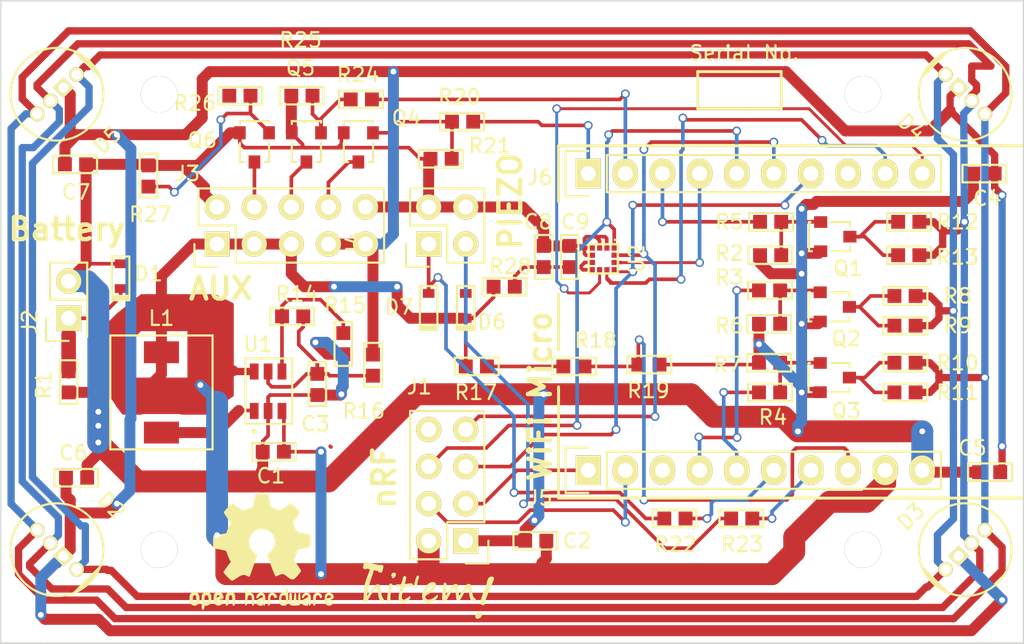
<source format=kicad_pcb>
(kicad_pcb (version 4) (host pcbnew 4.0.1-2.fc23-product)
  (layers (0 F.Cu signal) (31 B.Cu signal hide) (34 B.Paste user hide) (35 F.Paste user hide) (36 B.SilkS user hide) (37 F.SilkS user hide) (38 B.Mask user hide) (39 F.Mask user) (44 Edge.Cuts user))
  (net 0 "")
  (net 1 +BATT)
  (net 2 GND)
  (net 3 "Net-(C3-Pad1)")
  (net 4 +5V)
  (net 5 "Net-(D1-Pad1)")
  (net 6 "Net-(D2-Pad1)")
  (net 7 "Net-(D2-Pad3)")
  (net 8 "Net-(D2-Pad4)")
  (net 9 "Net-(D6-Pad2)")
  (net 10 "Net-(D7-Pad2)")
  (net 11 /NRF_CE)
  (net 12 /NRF_CS)
  (net 13 /SPI_SCK)
  (net 14 /SPI_MOSI)
  (net 15 /SPI_MISO)
  (net 16 /NRF_INT)
  (net 17 "Net-(J3-Pad4)")
  (net 18 "Net-(J3-Pad6)")
  (net 19 "Net-(J3-Pad8)")
  (net 20 "Net-(J5-Pad3)")
  (net 21 /LED1)
  (net 22 /LED2)
  (net 23 /PIEZO1)
  (net 24 /PIEZO2)
  (net 25 /VSENSE)
  (net 26 /LD1)
  (net 27 /LD2)
  (net 28 /LED3)
  (net 29 /ACCEL_CS)
  (net 30 "Net-(J6-Pad8)")
  (net 31 "Net-(L1-Pad2)")
  (net 32 "Net-(Q1-Pad1)")
  (net 33 "Net-(Q1-Pad3)")
  (net 34 "Net-(Q2-Pad1)")
  (net 35 "Net-(Q2-Pad3)")
  (net 36 "Net-(Q3-Pad1)")
  (net 37 "Net-(Q3-Pad3)")
  (net 38 "Net-(Q4-Pad1)")
  (net 39 "Net-(Q5-Pad1)")
  (net 40 "Net-(Q6-Pad1)")
  (net 41 "Net-(R14-Pad1)")
  (net 42 "Net-(R17-Pad1)")
  (net 43 /LD3)
  (net 44 "Net-(R28-Pad1)")
  (net 45 /ACCEL_INT2)
  (net 46 /ACCEL_INT1)
  (module avishay:LED_RGB_TH_5MM (layer F.Cu) (at 155.54 39.01 225)
    (fp_text reference D5 (at -0.219203 -4.679633 225) (layer F.SilkS))
    (fp_text value LED_RABG hide)
    (pad 1 thru_hole circle (at -1.9 0 225) (size 1 1) (drill 0.7) (layers *.Cu *.Mask F.SilkS) (net 6 "Net-(D2-Pad1)"))
    (pad 2 thru_hole rect (at -0.63 0 225) (size 1 1) (drill 0.7) (layers *.Cu *.Mask F.SilkS) (net 4 +5V))
    (pad 3 thru_hole circle (at 0.64 0 225) (size 1 1) (drill 0.7) (layers *.Cu *.Mask F.SilkS) (net 7 "Net-(D2-Pad3)"))
    (pad 4 thru_hole circle (at 1.91 0 225) (size 1 1) (drill 0.7) (layers *.Cu *.Mask F.SilkS) (net 8 "Net-(D2-Pad4)"))
  )
  (module avishay:LED_RGB_TH_5MM (layer F.Cu) (at 217.69 70.21 45)
    (fp_text reference D3 (at -1.011163 -4.214356 45) (layer F.SilkS))
    (fp_text value LED_RABG hide)
    (pad 1 thru_hole circle (at -1.9 0 45) (size 1 1) (drill 0.7) (layers *.Cu *.Mask F.SilkS) (net 6 "Net-(D2-Pad1)"))
    (pad 2 thru_hole rect (at -0.63 0 45) (size 1 1) (drill 0.7) (layers *.Cu *.Mask F.SilkS) (net 4 +5V))
    (pad 3 thru_hole circle (at 0.64 0 45) (size 1 1) (drill 0.7) (layers *.Cu *.Mask F.SilkS) (net 7 "Net-(D2-Pad3)"))
    (pad 4 thru_hole circle (at 1.91 0 45) (size 1 1) (drill 0.7) (layers *.Cu *.Mask F.SilkS) (net 8 "Net-(D2-Pad4)"))
  )
  (module avishay:LED_RGB_TH_5MM (layer F.Cu) (at 155.54 70.21 135)
    (fp_text reference D2 (at -0.488611 4.769435 135) (layer F.SilkS))
    (fp_text value LED_RABG hide)
    (pad 1 thru_hole circle (at -1.9 0 135) (size 1 1) (drill 0.7) (layers *.Cu *.Mask F.SilkS) (net 6 "Net-(D2-Pad1)"))
    (pad 2 thru_hole rect (at -0.63 0 135) (size 1 1) (drill 0.7) (layers *.Cu *.Mask F.SilkS) (net 4 +5V))
    (pad 3 thru_hole circle (at 0.64 0 135) (size 1 1) (drill 0.7) (layers *.Cu *.Mask F.SilkS) (net 7 "Net-(D2-Pad3)"))
    (pad 4 thru_hole circle (at 1.91 0 135) (size 1 1) (drill 0.7) (layers *.Cu *.Mask F.SilkS) (net 8 "Net-(D2-Pad4)"))
  )
  (module avishay:LED_RGB_TH_5MM (layer F.Cu) (at 217.69 39.01 315)
    (fp_text reference D4 (at -1.011163 4.214356 315) (layer F.SilkS))
    (fp_text value LED_RABG hide)
    (pad 1 thru_hole circle (at -1.9 0 315) (size 1 1) (drill 0.7) (layers *.Cu *.Mask F.SilkS) (net 6 "Net-(D2-Pad1)"))
    (pad 2 thru_hole rect (at -0.63 0 315) (size 1 1) (drill 0.7) (layers *.Cu *.Mask F.SilkS) (net 4 +5V))
    (pad 3 thru_hole circle (at 0.64 0 315) (size 1 1) (drill 0.7) (layers *.Cu *.Mask F.SilkS) (net 7 "Net-(D2-Pad3)"))
    (pad 4 thru_hole circle (at 1.91 0 315) (size 1 1) (drill 0.7) (layers *.Cu *.Mask F.SilkS) (net 8 "Net-(D2-Pad4)"))
  )
  (module avishay:LIS2HH12 (layer F.Cu) (at 192.925 50.288 270)
    (fp_text reference U2 (at 0.012 -2.29 270) (layer F.SilkS))
    (fp_text value LIS2HH12TR hide)
    (pad 1 smd rect (at -0.75 -0.75 270) (size 0.375 0.35) (layers F.Cu F.Paste F.Mask) (net 13 /SPI_SCK))
    (pad 2 smd rect (at -0.75 -0.25 270) (size 0.375 0.35) (layers F.Cu F.Paste F.Mask) (net 29 /ACCEL_CS))
    (pad 3 smd rect (at -0.75 0.25 270) (size 0.375 0.35) (layers F.Cu F.Paste F.Mask) (net 15 /SPI_MISO))
    (pad 4 smd rect (at -0.75 0.75 270) (size 0.375 0.35) (layers F.Cu F.Paste F.Mask) (net 14 /SPI_MOSI))
    (pad 7 smd rect (at 0.75 0.75 270) (size 0.375 0.35) (layers F.Cu F.Paste F.Mask) (net 2 GND))
    (pad 8 smd rect (at 0.75 0.25 270) (size 0.375 0.35) (layers F.Cu F.Paste F.Mask) (net 2 GND))
    (pad 9 smd rect (at 0.75 -0.25 270) (size 0.375 0.35) (layers F.Cu F.Paste F.Mask) (net 44 "Net-(R28-Pad1)"))
    (pad 10 smd rect (at 0.75 -0.75 270) (size 0.375 0.35) (layers F.Cu F.Paste F.Mask) (net 44 "Net-(R28-Pad1)"))
    (pad 5 smd rect (at -0.25 0.75 270) (size 0.35 0.375) (layers F.Cu F.Paste F.Mask) (net 2 GND))
    (pad 6 smd rect (at 0.25 0.75 270) (size 0.35 0.375) (layers F.Cu F.Paste F.Mask) (net 2 GND))
    (pad 11 smd rect (at 0.25 -0.75 270) (size 0.35 0.375) (layers F.Cu F.Paste F.Mask) (net 45 /ACCEL_INT2))
    (pad 12 smd rect (at -0.25 -0.75 270) (size 0.35 0.375) (layers F.Cu F.Paste F.Mask) (net 46 /ACCEL_INT1))
  )
  (module avishay:R0603 (layer F.Cu) (at 171.069 63.5 180)
    (fp_text reference C1 (at 0.889 -1.651 180) (layer F.SilkS))
    (fp_text value 10uF hide)
    (pad 1 smd rect (at 0 0 180) (size 0.95 0.95) (layers F.Cu F.Paste F.Mask) (net 1 +BATT) (clearance 0.1))
    (pad 2 smd rect (at 1.45 0 180) (size 0.95 0.95) (layers F.Cu F.Paste F.Mask) (net 2 GND) (clearance 0.1))
  )
  (module avishay:R0603 (layer F.Cu) (at 187.579 69.596)
    (fp_text reference C2 (at 3.556 0) (layer F.SilkS))
    (fp_text value 1uF hide)
    (pad 1 smd rect (at 0 0) (size 0.95 0.95) (layers F.Cu F.Paste F.Mask) (net 2 GND) (clearance 0.1))
    (pad 2 smd rect (at 1.45 0) (size 0.95 0.95) (layers F.Cu F.Paste F.Mask) (net 1 +BATT) (clearance 0.1))
  )
  (module avishay:R0603 (layer F.Cu) (at 173.355 58.166 270)
    (fp_text reference C3 (at 3.429 0.127 360) (layer F.SilkS))
    (fp_text value 10uF hide)
    (pad 1 smd rect (at 0 0 270) (size 0.95 0.95) (layers F.Cu F.Paste F.Mask) (net 3 "Net-(C3-Pad1)") (clearance 0.1))
    (pad 2 smd rect (at 1.45 0 270) (size 0.95 0.95) (layers F.Cu F.Paste F.Mask) (net 2 GND) (clearance 0.1))
  )
  (module avishay:R0603 (layer F.Cu) (at 219.71 44.45 180)
    (fp_text reference C4 (at 0.5 -1.7 180) (layer F.SilkS))
    (fp_text value 1uF hide)
    (pad 1 smd rect (at 0 0 180) (size 0.95 0.95) (layers F.Cu F.Paste F.Mask) (net 4 +5V) (clearance 0.1))
    (pad 2 smd rect (at 1.45 0 180) (size 0.95 0.95) (layers F.Cu F.Paste F.Mask) (net 2 GND) (clearance 0.1))
  )
  (module avishay:R0603 (layer F.Cu) (at 220.091 64.897 180)
    (fp_text reference C5 (at 1.905 1.651 180) (layer F.SilkS))
    (fp_text value 1uF hide)
    (pad 1 smd rect (at 0 0 180) (size 0.95 0.95) (layers F.Cu F.Paste F.Mask) (net 4 +5V) (clearance 0.1))
    (pad 2 smd rect (at 1.45 0 180) (size 0.95 0.95) (layers F.Cu F.Paste F.Mask) (net 2 GND) (clearance 0.1))
  )
  (module avishay:R0603 (layer F.Cu) (at 156.157 65.278)
    (fp_text reference C6 (at 0.5 -1.7) (layer F.SilkS))
    (fp_text value 1uF hide)
    (pad 1 smd rect (at 0 0) (size 0.95 0.95) (layers F.Cu F.Paste F.Mask) (net 4 +5V) (clearance 0.1))
    (pad 2 smd rect (at 1.45 0) (size 0.95 0.95) (layers F.Cu F.Paste F.Mask) (net 2 GND) (clearance 0.1))
  )
  (module avishay:R0603 (layer F.Cu) (at 156.083 43.815)
    (fp_text reference C7 (at 0.762 1.905) (layer F.SilkS))
    (fp_text value 1uF hide)
    (pad 1 smd rect (at 0 0) (size 0.95 0.95) (layers F.Cu F.Paste F.Mask) (net 4 +5V) (clearance 0.1))
    (pad 2 smd rect (at 1.45 0) (size 0.95 0.95) (layers F.Cu F.Paste F.Mask) (net 2 GND) (clearance 0.1))
  )
  (module avishay:R0603 (layer F.Cu) (at 188.849 50.853 90)
    (fp_text reference C8 (at 3.101 -0.381 180) (layer F.SilkS))
    (fp_text value 0.1u hide)
    (pad 1 smd rect (at 0 0 90) (size 0.95 0.95) (layers F.Cu F.Paste F.Mask) (net 44 "Net-(R28-Pad1)") (clearance 0.1))
    (pad 2 smd rect (at 1.45 0 90) (size 0.95 0.95) (layers F.Cu F.Paste F.Mask) (net 2 GND) (clearance 0.1))
  )
  (module avishay:R0603 (layer F.Cu) (at 190.627 50.853 90)
    (fp_text reference C9 (at 3.101 0.381 180) (layer F.SilkS))
    (fp_text value 0.1u hide)
    (pad 1 smd rect (at 0 0 90) (size 0.95 0.95) (layers F.Cu F.Paste F.Mask) (net 44 "Net-(R28-Pad1)") (clearance 0.1))
    (pad 2 smd rect (at 1.45 0 90) (size 0.95 0.95) (layers F.Cu F.Paste F.Mask) (net 2 GND) (clearance 0.1))
  )
  (module avishay:SOD-523F (layer F.Cu) (at 159.893 52.324 90)
    (fp_text reference D1 (at 1.016 1.905 180) (layer F.SilkS))
    (fp_text value CDBU0130L hide)
    (pad 1 smd rect (at 0 0 90) (size 0.6 0.8) (layers F.Cu F.Paste F.Mask) (net 5 "Net-(D1-Pad1)") (clearance 0.1))
    (pad 2 smd rect (at 1.7 0 90) (size 0.6 0.8) (layers F.Cu F.Paste F.Mask) (net 2 GND) (clearance 0.1))
  )
  (module avishay:SOD-523F (layer F.Cu) (at 183.515 54.356 90)
    (fp_text reference D6 (at -0.254 1.778 180) (layer F.SilkS))
    (fp_text value CDBU0130L hide)
    (pad 1 smd rect (at 0 0 90) (size 0.6 0.8) (layers F.Cu F.Paste F.Mask) (net 1 +BATT) (clearance 0.1))
    (pad 2 smd rect (at 1.7 0 90) (size 0.6 0.8) (layers F.Cu F.Paste F.Mask) (net 9 "Net-(D6-Pad2)") (clearance 0.1))
  )
  (module avishay:SOD-523F (layer F.Cu) (at 180.975 54.356 90)
    (fp_text reference D7 (at 0.762 -2.032 180) (layer F.SilkS))
    (fp_text value CDBU0130L hide)
    (pad 1 smd rect (at 0 0 90) (size 0.6 0.8) (layers F.Cu F.Paste F.Mask) (net 1 +BATT) (clearance 0.1))
    (pad 2 smd rect (at 1.7 0 90) (size 0.6 0.8) (layers F.Cu F.Paste F.Mask) (net 10 "Net-(D7-Pad2)") (clearance 0.1))
  )
  (module Pin_Headers:Pin_Header_Straight_2x04 (layer F.Cu) (at 183.515 69.596 180)
    (fp_text reference J1 (at 3.175 10.541 180) (layer F.SilkS))
    (fp_text value "Male, 0.1\", 2x4" hide)
    (pad 1 thru_hole rect (at 0 0 180) (size 1.7272 1.7272) (drill 1.016) (layers *.Cu *.Mask F.SilkS) (net 2 GND))
    (pad 2 thru_hole oval (at 2.54 0 180) (size 1.7272 1.7272) (drill 1.016) (layers *.Cu *.Mask F.SilkS) (net 1 +BATT))
    (pad 3 thru_hole oval (at 0 2.54 180) (size 1.7272 1.7272) (drill 1.016) (layers *.Cu *.Mask F.SilkS) (net 11 /NRF_CE))
    (pad 4 thru_hole oval (at 2.54 2.54 180) (size 1.7272 1.7272) (drill 1.016) (layers *.Cu *.Mask F.SilkS) (net 12 /NRF_CS))
    (pad 5 thru_hole oval (at 0 5.08 180) (size 1.7272 1.7272) (drill 1.016) (layers *.Cu *.Mask F.SilkS) (net 13 /SPI_SCK))
    (pad 6 thru_hole oval (at 2.54 5.08 180) (size 1.7272 1.7272) (drill 1.016) (layers *.Cu *.Mask F.SilkS) (net 14 /SPI_MOSI))
    (pad 7 thru_hole oval (at 0 7.62 180) (size 1.7272 1.7272) (drill 1.016) (layers *.Cu *.Mask F.SilkS) (net 15 /SPI_MISO))
    (pad 8 thru_hole oval (at 2.54 7.62 180) (size 1.7272 1.7272) (drill 1.016) (layers *.Cu *.Mask F.SilkS) (net 16 /NRF_INT))
  )
  (module Pin_Headers:Pin_Header_Straight_2x01 (layer F.Cu) (at 156.337 54.356 90)
    (fp_text reference J2 (at -0.254 -2.667 90) (layer F.SilkS))
    (fp_text value "Male, 0.1\", 1x2" hide)
    (pad 1 thru_hole rect (at 0 0 90) (size 1.7272 1.7272) (drill 1.016) (layers *.Cu *.Mask F.SilkS) (net 5 "Net-(D1-Pad1)"))
    (pad 2 thru_hole oval (at 2.54 0 90) (size 1.7272 1.7272) (drill 1.016) (layers *.Cu *.Mask F.SilkS) (net 2 GND))
  )
  (module Pin_Headers:Pin_Header_Straight_2x05 (layer F.Cu) (at 166.497 49.276 90)
    (fp_text reference J3 (at 4.826 -2.032 180) (layer F.SilkS))
    (fp_text value "Female, 0.1\", 2x5" hide)
    (pad 1 thru_hole rect (at 0 0 90) (size 1.7272 1.7272) (drill 1.016) (layers *.Cu *.Mask F.SilkS) (net 1 +BATT))
    (pad 2 thru_hole oval (at 2.54 0 90) (size 1.7272 1.7272) (drill 1.016) (layers *.Cu *.Mask F.SilkS) (net 2 GND))
    (pad 3 thru_hole oval (at 0 2.54 90) (size 1.7272 1.7272) (drill 1.016) (layers *.Cu *.Mask F.SilkS) (net 1 +BATT))
    (pad 4 thru_hole oval (at 2.54 2.54 90) (size 1.7272 1.7272) (drill 1.016) (layers *.Cu *.Mask F.SilkS) (net 17 "Net-(J3-Pad4)"))
    (pad 5 thru_hole oval (at 0 5.08 90) (size 1.7272 1.7272) (drill 1.016) (layers *.Cu *.Mask F.SilkS) (net 1 +BATT))
    (pad 6 thru_hole oval (at 2.54 5.08 90) (size 1.7272 1.7272) (drill 1.016) (layers *.Cu *.Mask F.SilkS) (net 18 "Net-(J3-Pad6)"))
    (pad 7 thru_hole oval (at 0 7.62 90) (size 1.7272 1.7272) (drill 1.016) (layers *.Cu *.Mask F.SilkS) (net 4 +5V))
    (pad 8 thru_hole oval (at 2.54 7.62 90) (size 1.7272 1.7272) (drill 1.016) (layers *.Cu *.Mask F.SilkS) (net 19 "Net-(J3-Pad8)"))
    (pad 9 thru_hole oval (at 0 10.16 90) (size 1.7272 1.7272) (drill 1.016) (layers *.Cu *.Mask F.SilkS) (net 4 +5V))
    (pad 10 thru_hole oval (at 2.54 10.16 90) (size 1.7272 1.7272) (drill 1.016) (layers *.Cu *.Mask F.SilkS) (net 2 GND))
  )
  (module Pin_Headers:Pin_Header_Straight_2x02 (layer F.Cu) (at 180.975 49.276 90)
    (fp_text reference J4 (at 0 -5.1 90) (layer F.SilkS))
    (fp_text value "Male, 0.1\", 2x2" hide)
    (pad 1 thru_hole rect (at 0 0 90) (size 1.7272 1.7272) (drill 1.016) (layers *.Cu *.Mask F.SilkS) (net 10 "Net-(D7-Pad2)"))
    (pad 2 thru_hole oval (at 2.54 0 90) (size 1.7272 1.7272) (drill 1.016) (layers *.Cu *.Mask F.SilkS) (net 2 GND))
    (pad 3 thru_hole oval (at 0 2.54 90) (size 1.7272 1.7272) (drill 1.016) (layers *.Cu *.Mask F.SilkS) (net 9 "Net-(D6-Pad2)"))
    (pad 4 thru_hole oval (at 2.54 2.54 90) (size 1.7272 1.7272) (drill 1.016) (layers *.Cu *.Mask F.SilkS) (net 2 GND))
  )
  (module Pin_Headers:Pin_Header_Straight_1x10 (layer F.Cu) (at 191.897 64.77 90)
    (fp_text reference J5 (at -1.905 -3.302 180) (layer F.SilkS))
    (fp_text value "Female, 0.1\", 1x10" hide)
    (pad 1 thru_hole rect (at 0 0 90) (size 2.032 1.7272) (drill 1.016) (layers *.Cu *.Mask F.SilkS) (net 11 /NRF_CE))
    (pad 2 thru_hole oval (at 0 2.54 90) (size 2.032 1.7272) (drill 1.016) (layers *.Cu *.Mask F.SilkS) (net 12 /NRF_CS))
    (pad 3 thru_hole oval (at 0 5.08 90) (size 2.032 1.7272) (drill 1.016) (layers *.Cu *.Mask F.SilkS) (net 20 "Net-(J5-Pad3)"))
    (pad 4 thru_hole oval (at 0 7.62 90) (size 2.032 1.7272) (drill 1.016) (layers *.Cu *.Mask F.SilkS) (net 21 /LED1))
    (pad 5 thru_hole oval (at 0 10.16 90) (size 2.032 1.7272) (drill 1.016) (layers *.Cu *.Mask F.SilkS) (net 22 /LED2))
    (pad 6 thru_hole oval (at 0 12.7 90) (size 2.032 1.7272) (drill 1.016) (layers *.Cu *.Mask F.SilkS) (net 23 /PIEZO1))
    (pad 7 thru_hole oval (at 0 15.24 90) (size 2.032 1.7272) (drill 1.016) (layers *.Cu *.Mask F.SilkS) (net 24 /PIEZO2))
    (pad 8 thru_hole oval (at 0 17.78 90) (size 2.032 1.7272) (drill 1.016) (layers *.Cu *.Mask F.SilkS) (net 25 /VSENSE))
    (pad 9 thru_hole oval (at 0 20.32 90) (size 2.032 1.7272) (drill 1.016) (layers *.Cu *.Mask F.SilkS) (net 1 +BATT))
    (pad 10 thru_hole oval (at 0 22.86 90) (size 2.032 1.7272) (drill 1.016) (layers *.Cu *.Mask F.SilkS) (net 2 GND))
  )
  (module Pin_Headers:Pin_Header_Straight_1x10 (layer F.Cu) (at 191.897 44.45 90)
    (fp_text reference J6 (at -0.254 -3.302 180) (layer F.SilkS))
    (fp_text value "Female, 0.1\", 1x10" hide)
    (pad 1 thru_hole rect (at 0 0 90) (size 2.032 1.7272) (drill 1.016) (layers *.Cu *.Mask F.SilkS) (net 26 /LD1))
    (pad 2 thru_hole oval (at 0 2.54 90) (size 2.032 1.7272) (drill 1.016) (layers *.Cu *.Mask F.SilkS) (net 27 /LD2))
    (pad 3 thru_hole oval (at 0 5.08 90) (size 2.032 1.7272) (drill 1.016) (layers *.Cu *.Mask F.SilkS) (net 28 /LED3))
    (pad 4 thru_hole oval (at 0 7.62 90) (size 2.032 1.7272) (drill 1.016) (layers *.Cu *.Mask F.SilkS) (net 29 /ACCEL_CS))
    (pad 5 thru_hole oval (at 0 10.16 90) (size 2.032 1.7272) (drill 1.016) (layers *.Cu *.Mask F.SilkS) (net 14 /SPI_MOSI))
    (pad 6 thru_hole oval (at 0 12.7 90) (size 2.032 1.7272) (drill 1.016) (layers *.Cu *.Mask F.SilkS) (net 15 /SPI_MISO))
    (pad 7 thru_hole oval (at 0 15.24 90) (size 2.032 1.7272) (drill 1.016) (layers *.Cu *.Mask F.SilkS) (net 13 /SPI_SCK))
    (pad 8 thru_hole oval (at 0 17.78 90) (size 2.032 1.7272) (drill 1.016) (layers *.Cu *.Mask F.SilkS) (net 30 "Net-(J6-Pad8)"))
    (pad 9 thru_hole oval (at 0 20.32 90) (size 2.032 1.7272) (drill 1.016) (layers *.Cu *.Mask F.SilkS) (net 46 /ACCEL_INT1))
    (pad 10 thru_hole oval (at 0 22.86 90) (size 2.032 1.7272) (drill 1.016) (layers *.Cu *.Mask F.SilkS) (net 45 /ACCEL_INT2))
  )
  (module avishay:B82462G4472M (layer F.Cu) (at 162.687 59.436 270)
    (fp_text reference L1 (at -5.08 0 360) (layer F.SilkS))
    (fp_text value B82462G4472M hide)
    (pad 1 smd rect (at -2.75 0 270) (size 1.5 2.4) (layers F.Cu F.Paste F.Mask) (net 1 +BATT) (clearance 0.1))
    (pad 2 smd rect (at 2.75 0 270) (size 1.5 2.4) (layers F.Cu F.Paste F.Mask) (net 31 "Net-(L1-Pad2)"))
  )
  (module avishay:BSS214NH6327 (layer F.Cu) (at 207.804 47.768 270)
    (fp_text reference Q1 (at 3.159 -1.873 360) (layer F.SilkS))
    (fp_text value BSS214N hide)
    (pad 1 smd rect (at 0 0 270) (size 0.8 0.9) (layers F.Cu F.Paste F.Mask) (net 32 "Net-(Q1-Pad1)") (clearance 0.1))
    (pad 2 smd rect (at 2 0 270) (size 0.8 0.9) (layers F.Cu F.Paste F.Mask) (net 2 GND) (clearance 0.1))
    (pad 3 smd rect (at 1 -2 270) (size 0.8 0.9) (layers F.Cu F.Paste F.Mask) (net 33 "Net-(Q1-Pad3)") (clearance 0.1))
  )
  (module avishay:BSS214NH6327 (layer F.Cu) (at 207.772 52.578 270)
    (fp_text reference Q2 (at 3.175 -1.778 360) (layer F.SilkS))
    (fp_text value BSS214N hide)
    (pad 1 smd rect (at 0 0 270) (size 0.8 0.9) (layers F.Cu F.Paste F.Mask) (net 34 "Net-(Q2-Pad1)") (clearance 0.1))
    (pad 2 smd rect (at 2 0 270) (size 0.8 0.9) (layers F.Cu F.Paste F.Mask) (net 2 GND) (clearance 0.1))
    (pad 3 smd rect (at 1 -2 270) (size 0.8 0.9) (layers F.Cu F.Paste F.Mask) (net 35 "Net-(Q2-Pad3)") (clearance 0.1))
  )
  (module avishay:BSS214NH6327 (layer F.Cu) (at 207.772 57.42 270)
    (fp_text reference Q3 (at 3.286 -1.778 360) (layer F.SilkS))
    (fp_text value BSS214N hide)
    (pad 1 smd rect (at 0 0 270) (size 0.8 0.9) (layers F.Cu F.Paste F.Mask) (net 36 "Net-(Q3-Pad1)") (clearance 0.1))
    (pad 2 smd rect (at 2 0 270) (size 0.8 0.9) (layers F.Cu F.Paste F.Mask) (net 2 GND) (clearance 0.1))
    (pad 3 smd rect (at 1 -2 270) (size 0.8 0.9) (layers F.Cu F.Paste F.Mask) (net 37 "Net-(Q3-Pad3)") (clearance 0.1))
  )
  (module avishay:BSS214NH6327 (layer F.Cu) (at 177.165 41.656 180)
    (fp_text reference Q4 (at -2.286 1.016 180) (layer F.SilkS))
    (fp_text value BSS214N hide)
    (pad 1 smd rect (at 0 0 180) (size 0.8 0.9) (layers F.Cu F.Paste F.Mask) (net 38 "Net-(Q4-Pad1)") (clearance 0.1))
    (pad 2 smd rect (at 2 0 180) (size 0.8 0.9) (layers F.Cu F.Paste F.Mask) (net 2 GND) (clearance 0.1))
    (pad 3 smd rect (at 1 -2 180) (size 0.8 0.9) (layers F.Cu F.Paste F.Mask) (net 19 "Net-(J3-Pad8)") (clearance 0.1))
  )
  (module avishay:BSS214NH6327 (layer F.Cu) (at 173.609 41.656 180)
    (fp_text reference Q5 (at 1.397 4.445 180) (layer F.SilkS))
    (fp_text value BSS214N hide)
    (pad 1 smd rect (at 0 0 180) (size 0.8 0.9) (layers F.Cu F.Paste F.Mask) (net 39 "Net-(Q5-Pad1)") (clearance 0.1))
    (pad 2 smd rect (at 2 0 180) (size 0.8 0.9) (layers F.Cu F.Paste F.Mask) (net 2 GND) (clearance 0.1))
    (pad 3 smd rect (at 1 -2 180) (size 0.8 0.9) (layers F.Cu F.Paste F.Mask) (net 18 "Net-(J3-Pad6)") (clearance 0.1))
  )
  (module avishay:BSS214NH6327 (layer F.Cu) (at 170.053 41.656 180)
    (fp_text reference Q6 (at 4.572 -0.508 180) (layer F.SilkS))
    (fp_text value BSS214N hide)
    (pad 1 smd rect (at 0 0 180) (size 0.8 0.9) (layers F.Cu F.Paste F.Mask) (net 40 "Net-(Q6-Pad1)") (clearance 0.1))
    (pad 2 smd rect (at 2 0 180) (size 0.8 0.9) (layers F.Cu F.Paste F.Mask) (net 2 GND) (clearance 0.1))
    (pad 3 smd rect (at 1 -2 180) (size 0.8 0.9) (layers F.Cu F.Paste F.Mask) (net 17 "Net-(J3-Pad4)") (clearance 0.1))
  )
  (module avishay:R0603 (layer F.Cu) (at 156.337 59.436 90)
    (fp_text reference R1 (at 0.5 -1.7 90) (layer F.SilkS))
    (fp_text value 0 hide)
    (pad 1 smd rect (at 0 0 90) (size 0.95 0.95) (layers F.Cu F.Paste F.Mask) (net 1 +BATT) (clearance 0.1))
    (pad 2 smd rect (at 1.45 0 90) (size 0.95 0.95) (layers F.Cu F.Paste F.Mask) (net 5 "Net-(D1-Pad1)") (clearance 0.1))
  )
  (module avishay:R0603 (layer F.Cu) (at 205.105 47.752 180)
    (fp_text reference R2 (at 3.556 -2.159 180) (layer F.SilkS))
    (fp_text value 1K hide)
    (pad 1 smd rect (at 0 0 180) (size 0.95 0.95) (layers F.Cu F.Paste F.Mask) (net 32 "Net-(Q1-Pad1)") (clearance 0.1))
    (pad 2 smd rect (at 1.45 0 180) (size 0.95 0.95) (layers F.Cu F.Paste F.Mask) (net 28 /LED3) (clearance 0.1))
  )
  (module avishay:R0603 (layer F.Cu) (at 205.031 52.451 180)
    (fp_text reference R3 (at 3.482 0.889 180) (layer F.SilkS))
    (fp_text value 1K hide)
    (pad 1 smd rect (at 0 0 180) (size 0.95 0.95) (layers F.Cu F.Paste F.Mask) (net 34 "Net-(Q2-Pad1)") (clearance 0.1))
    (pad 2 smd rect (at 1.45 0 180) (size 0.95 0.95) (layers F.Cu F.Paste F.Mask) (net 21 /LED1) (clearance 0.1))
  )
  (module avishay:R0603 (layer F.Cu) (at 205.031 59.436 180)
    (fp_text reference R4 (at 0.5 -1.7 180) (layer F.SilkS))
    (fp_text value 1K hide)
    (pad 1 smd rect (at 0 0 180) (size 0.95 0.95) (layers F.Cu F.Paste F.Mask) (net 36 "Net-(Q3-Pad1)") (clearance 0.1))
    (pad 2 smd rect (at 1.45 0 180) (size 0.95 0.95) (layers F.Cu F.Paste F.Mask) (net 22 /LED2) (clearance 0.1))
  )
  (module avishay:R0603 (layer F.Cu) (at 203.655 50.038)
    (fp_text reference R5 (at -2.106 -2.286) (layer F.SilkS))
    (fp_text value 1.6M hide)
    (pad 1 smd rect (at 0 0) (size 0.95 0.95) (layers F.Cu F.Paste F.Mask) (net 2 GND) (clearance 0.1))
    (pad 2 smd rect (at 1.45 0) (size 0.95 0.95) (layers F.Cu F.Paste F.Mask) (net 32 "Net-(Q1-Pad1)") (clearance 0.1))
  )
  (module avishay:R0603 (layer F.Cu) (at 203.581 54.737)
    (fp_text reference R6 (at -2.032 0.127) (layer F.SilkS))
    (fp_text value 1.6M hide)
    (pad 1 smd rect (at 0 0) (size 0.95 0.95) (layers F.Cu F.Paste F.Mask) (net 2 GND) (clearance 0.1))
    (pad 2 smd rect (at 1.45 0) (size 0.95 0.95) (layers F.Cu F.Paste F.Mask) (net 34 "Net-(Q2-Pad1)") (clearance 0.1))
  )
  (module avishay:R0603 (layer F.Cu) (at 203.581 57.404)
    (fp_text reference R7 (at -2.159 0.127) (layer F.SilkS))
    (fp_text value 1.6M hide)
    (pad 1 smd rect (at 0 0) (size 0.95 0.95) (layers F.Cu F.Paste F.Mask) (net 2 GND) (clearance 0.1))
    (pad 2 smd rect (at 1.45 0) (size 0.95 0.95) (layers F.Cu F.Paste F.Mask) (net 36 "Net-(Q3-Pad1)") (clearance 0.1))
  )
  (module avishay:R0603 (layer F.Cu) (at 214.302 52.832 180)
    (fp_text reference R8 (at -2.868 0 180) (layer F.SilkS))
    (fp_text value 50 hide)
    (pad 1 smd rect (at 0 0 180) (size 0.95 0.95) (layers F.Cu F.Paste F.Mask) (net 6 "Net-(D2-Pad1)") (clearance 0.1))
    (pad 2 smd rect (at 1.45 0 180) (size 0.95 0.95) (layers F.Cu F.Paste F.Mask) (net 35 "Net-(Q2-Pad3)") (clearance 0.1))
  )
  (module avishay:R0603 (layer F.Cu) (at 214.302 54.864 180)
    (fp_text reference R9 (at -2.868 0 180) (layer F.SilkS))
    (fp_text value 50 hide)
    (pad 1 smd rect (at 0 0 180) (size 0.95 0.95) (layers F.Cu F.Paste F.Mask) (net 6 "Net-(D2-Pad1)") (clearance 0.1))
    (pad 2 smd rect (at 1.45 0 180) (size 0.95 0.95) (layers F.Cu F.Paste F.Mask) (net 35 "Net-(Q2-Pad3)") (clearance 0.1))
  )
  (module avishay:R0603 (layer F.Cu) (at 214.302 57.404 180)
    (fp_text reference R10 (at -2.868 0 180) (layer F.SilkS))
    (fp_text value 50 hide)
    (pad 1 smd rect (at 0 0 180) (size 0.95 0.95) (layers F.Cu F.Paste F.Mask) (net 8 "Net-(D2-Pad4)") (clearance 0.1))
    (pad 2 smd rect (at 1.45 0 180) (size 0.95 0.95) (layers F.Cu F.Paste F.Mask) (net 37 "Net-(Q3-Pad3)") (clearance 0.1))
  )
  (module avishay:R0603 (layer F.Cu) (at 214.302 59.436 180)
    (fp_text reference R11 (at -2.868 0 180) (layer F.SilkS))
    (fp_text value 50 hide)
    (pad 1 smd rect (at 0 0 180) (size 0.95 0.95) (layers F.Cu F.Paste F.Mask) (net 8 "Net-(D2-Pad4)") (clearance 0.1))
    (pad 2 smd rect (at 1.45 0 180) (size 0.95 0.95) (layers F.Cu F.Paste F.Mask) (net 37 "Net-(Q3-Pad3)") (clearance 0.1))
  )
  (module avishay:R0603 (layer F.Cu) (at 214.556 47.752 180)
    (fp_text reference R12 (at -2.614 0 180) (layer F.SilkS))
    (fp_text value 50 hide)
    (pad 1 smd rect (at 0 0 180) (size 0.95 0.95) (layers F.Cu F.Paste F.Mask) (net 7 "Net-(D2-Pad3)") (clearance 0.1))
    (pad 2 smd rect (at 1.45 0 180) (size 0.95 0.95) (layers F.Cu F.Paste F.Mask) (net 33 "Net-(Q1-Pad3)") (clearance 0.1))
  )
  (module avishay:R0603 (layer F.Cu) (at 214.556 50.038 180)
    (fp_text reference R13 (at -2.614 -0.127 180) (layer F.SilkS))
    (fp_text value 50 hide)
    (pad 1 smd rect (at 0 0 180) (size 0.95 0.95) (layers F.Cu F.Paste F.Mask) (net 7 "Net-(D2-Pad3)") (clearance 0.1))
    (pad 2 smd rect (at 1.45 0 180) (size 0.95 0.95) (layers F.Cu F.Paste F.Mask) (net 33 "Net-(Q1-Pad3)") (clearance 0.1))
  )
  (module avishay:R0603 (layer F.Cu) (at 170.942 54.229)
    (fp_text reference R14 (at 1.016 -1.524) (layer F.SilkS))
    (fp_text value 1.6M hide)
    (pad 1 smd rect (at 0 0) (size 0.95 0.95) (layers F.Cu F.Paste F.Mask) (net 41 "Net-(R14-Pad1)") (clearance 0.1))
    (pad 2 smd rect (at 1.45 0) (size 0.95 0.95) (layers F.Cu F.Paste F.Mask) (net 3 "Net-(C3-Pad1)") (clearance 0.1))
  )
  (module avishay:R0603 (layer F.Cu) (at 175.133 56.822 90)
    (fp_text reference R15 (at 3.355 0.127 180) (layer F.SilkS))
    (fp_text value 180K hide)
    (pad 1 smd rect (at 0 0 90) (size 0.95 0.95) (layers F.Cu F.Paste F.Mask) (net 2 GND) (clearance 0.1))
    (pad 2 smd rect (at 1.45 0 90) (size 0.95 0.95) (layers F.Cu F.Paste F.Mask) (net 41 "Net-(R14-Pad1)") (clearance 0.1))
  )
  (module avishay:R0603 (layer F.Cu) (at 177.165 56.843 270)
    (fp_text reference R16 (at 3.863 0.635 360) (layer F.SilkS))
    (fp_text value 0 hide)
    (pad 1 smd rect (at 0 0 270) (size 0.95 0.95) (layers F.Cu F.Paste F.Mask) (net 4 +5V) (clearance 0.1))
    (pad 2 smd rect (at 1.45 0 270) (size 0.95 0.95) (layers F.Cu F.Paste F.Mask) (net 3 "Net-(C3-Pad1)") (clearance 0.1))
  )
  (module avishay:R0603 (layer F.Cu) (at 184.965 57.658 180)
    (fp_text reference R17 (at 0.762 -1.778 180) (layer F.SilkS))
    (fp_text value 180K hide)
    (pad 1 smd rect (at 0 0 180) (size 0.95 0.95) (layers F.Cu F.Paste F.Mask) (net 42 "Net-(R17-Pad1)") (clearance 0.1))
    (pad 2 smd rect (at 1.45 0 180) (size 0.95 0.95) (layers F.Cu F.Paste F.Mask) (net 1 +BATT) (clearance 0.1))
  )
  (module avishay:R0603 (layer F.Cu) (at 191.643 57.658 180)
    (fp_text reference R18 (at -0.762 1.778 180) (layer F.SilkS))
    (fp_text value 180K hide)
    (pad 1 smd rect (at 0 0 180) (size 0.95 0.95) (layers F.Cu F.Paste F.Mask) (net 25 /VSENSE) (clearance 0.1))
    (pad 2 smd rect (at 1.45 0 180) (size 0.95 0.95) (layers F.Cu F.Paste F.Mask) (net 42 "Net-(R17-Pad1)") (clearance 0.1))
  )
  (module avishay:R0603 (layer F.Cu) (at 196.776 57.531 180)
    (fp_text reference R19 (at 0.762 -1.778 360) (layer F.SilkS))
    (fp_text value 180K hide)
    (pad 1 smd rect (at 0 0 180) (size 0.95 0.95) (layers F.Cu F.Paste F.Mask) (net 2 GND) (clearance 0.1))
    (pad 2 smd rect (at 1.45 0 180) (size 0.95 0.95) (layers F.Cu F.Paste F.Mask) (net 25 /VSENSE) (clearance 0.1))
  )
  (module avishay:R0603 (layer F.Cu) (at 182.573 40.894)
    (fp_text reference R20 (at 0.5 -1.7) (layer F.SilkS))
    (fp_text value 1K hide)
    (pad 1 smd rect (at 0 0) (size 0.95 0.95) (layers F.Cu F.Paste F.Mask) (net 38 "Net-(Q4-Pad1)") (clearance 0.1))
    (pad 2 smd rect (at 1.45 0) (size 0.95 0.95) (layers F.Cu F.Paste F.Mask) (net 26 /LD1) (clearance 0.1))
  )
  (module avishay:R0603 (layer F.Cu) (at 181.102 43.434)
    (fp_text reference R21 (at 4.064 -0.889) (layer F.SilkS))
    (fp_text value 1.6M hide)
    (pad 1 smd rect (at 0 0) (size 0.95 0.95) (layers F.Cu F.Paste F.Mask) (net 2 GND) (clearance 0.1))
    (pad 2 smd rect (at 1.45 0) (size 0.95 0.95) (layers F.Cu F.Paste F.Mask) (net 38 "Net-(Q4-Pad1)") (clearance 0.1))
  )
  (module avishay:R0603 (layer F.Cu) (at 197.104 68.072)
    (fp_text reference R22 (at 0.762 1.778 180) (layer F.SilkS))
    (fp_text value 100K hide)
    (pad 1 smd rect (at 0 0) (size 0.95 0.95) (layers F.Cu F.Paste F.Mask) (net 10 "Net-(D7-Pad2)") (clearance 0.1))
    (pad 2 smd rect (at 1.45 0) (size 0.95 0.95) (layers F.Cu F.Paste F.Mask) (net 23 /PIEZO1) (clearance 0.1))
  )
  (module avishay:R0603 (layer F.Cu) (at 201.676 68.072)
    (fp_text reference R23 (at 0.762 1.778 180) (layer F.SilkS))
    (fp_text value 100K hide)
    (pad 1 smd rect (at 0 0) (size 0.95 0.95) (layers F.Cu F.Paste F.Mask) (net 9 "Net-(D6-Pad2)") (clearance 0.1))
    (pad 2 smd rect (at 1.45 0) (size 0.95 0.95) (layers F.Cu F.Paste F.Mask) (net 24 /PIEZO2) (clearance 0.1))
  )
  (module avishay:R0603 (layer F.Cu) (at 175.641 39.37)
    (fp_text reference R24 (at 0.5 -1.7) (layer F.SilkS))
    (fp_text value 1K hide)
    (pad 1 smd rect (at 0 0) (size 0.95 0.95) (layers F.Cu F.Paste F.Mask) (net 39 "Net-(Q5-Pad1)") (clearance 0.1))
    (pad 2 smd rect (at 1.45 0) (size 0.95 0.95) (layers F.Cu F.Paste F.Mask) (net 27 /LD2) (clearance 0.1))
  )
  (module avishay:R0603 (layer F.Cu) (at 171.577 39.116)
    (fp_text reference R25 (at 0.635 -3.81) (layer F.SilkS))
    (fp_text value 1.6M hide)
    (pad 1 smd rect (at 0 0) (size 0.95 0.95) (layers F.Cu F.Paste F.Mask) (net 2 GND) (clearance 0.1))
    (pad 2 smd rect (at 1.45 0) (size 0.95 0.95) (layers F.Cu F.Paste F.Mask) (net 39 "Net-(Q5-Pad1)") (clearance 0.1))
  )
  (module avishay:R0603 (layer F.Cu) (at 168.783 39.116 180)
    (fp_text reference R26 (at 3.81 -0.508 180) (layer F.SilkS))
    (fp_text value 1K hide)
    (pad 1 smd rect (at 0 0 180) (size 0.95 0.95) (layers F.Cu F.Paste F.Mask) (net 40 "Net-(Q6-Pad1)") (clearance 0.1))
    (pad 2 smd rect (at 1.45 0 180) (size 0.95 0.95) (layers F.Cu F.Paste F.Mask) (net 43 /LD3) (clearance 0.1))
  )
  (module avishay:R0603 (layer F.Cu) (at 161.798 43.889 270)
    (fp_text reference R27 (at 3.355 -0.127 360) (layer F.SilkS))
    (fp_text value 1.6M hide)
    (pad 1 smd rect (at 0 0 270) (size 0.95 0.95) (layers F.Cu F.Paste F.Mask) (net 2 GND) (clearance 0.1))
    (pad 2 smd rect (at 1.45 0 270) (size 0.95 0.95) (layers F.Cu F.Paste F.Mask) (net 40 "Net-(Q6-Pad1)") (clearance 0.1))
  )
  (module avishay:R0603 (layer F.Cu) (at 186.87 52.197 180)
    (fp_text reference R28 (at 0.307 1.397 180) (layer F.SilkS))
    (fp_text value 0 hide)
    (pad 1 smd rect (at 0 0 180) (size 0.95 0.95) (layers F.Cu F.Paste F.Mask) (net 44 "Net-(R28-Pad1)") (clearance 0.1))
    (pad 2 smd rect (at 1.45 0 180) (size 0.95 0.95) (layers F.Cu F.Paste F.Mask) (net 1 +BATT) (clearance 0.1))
  )
  (module avishay:TPS61070DDCR (layer F.Cu) (at 169.037 60.706)
    (fp_text reference U1 (at 0.254 -4.572) (layer F.SilkS))
    (fp_text value TPS61070 hide)
    (pad 1 smd rect (at 0 0) (size 0.6 1.1) (layers F.Cu F.Paste F.Mask) (net 31 "Net-(L1-Pad2)") (clearance 0.1))
    (pad 2 smd rect (at 0.95 0) (size 0.6 1.1) (layers F.Cu F.Paste F.Mask) (net 2 GND) (clearance 0.1))
    (pad 3 smd rect (at 1.9 0) (size 0.6 1.1) (layers F.Cu F.Paste F.Mask) (net 1 +BATT) (clearance 0.1))
    (pad 4 smd rect (at 1.9 -2.7) (size 0.6 1.1) (layers F.Cu F.Paste F.Mask) (net 41 "Net-(R14-Pad1)") (clearance 0.1))
    (pad 5 smd rect (at 0.95 -2.7) (size 0.6 1.1) (layers F.Cu F.Paste F.Mask) (net 3 "Net-(C3-Pad1)") (clearance 0.1))
    (pad 6 smd rect (at 0 -2.7) (size 0.6 1.1) (layers F.Cu F.Paste F.Mask) (net 1 +BATT) (clearance 0.1))
  )
  (module Mounting_Holes:MountingHole_2-5mm (layer F.Cu) (at 162.53 39.01)
    (fp_text reference REF** hide)
    (fp_text value MountingHole_2-5mm hide)
    (pad 1 thru_hole circle (at 0 0) (size 2.5 2.5) (drill 2.5) (layers))
  )
  (module Mounting_Holes:MountingHole_2-5mm (layer F.Cu) (at 210.69 39.01)
    (fp_text reference REF** hide)
    (fp_text value MountingHole_2-5mm hide)
    (pad 1 thru_hole circle (at 0 0) (size 2.5 2.5) (drill 2.5) (layers))
  )
  (module Mounting_Holes:MountingHole_2-5mm (layer F.Cu) (at 162.53 70.21)
    (fp_text reference REF** hide)
    (fp_text value MountingHole_2-5mm hide)
    (pad 1 thru_hole circle (at 0 0) (size 2.5 2.5) (drill 2.5) (layers))
  )
  (module Mounting_Holes:MountingHole_2-5mm (layer F.Cu) (at 210.69 70.21)
    (fp_text reference REF** hide)
    (fp_text value MountingHole_2-5mm hide)
    (pad 1 thru_hole circle (at 0 0) (size 2.5 2.5) (drill 2.5) (layers))
  )
  (module board:hitem (layer F.Cu) (at 180.975 73.025)
    (fp_text reference G*** hide)
    (fp_text value LOGO hide)
  )
  (module board:oshw (layer F.Cu) (at 169.545 70.485)
    (fp_text reference G*** hide)
    (fp_text value LOGO hide)
  )
  (gr_text "Serial No." (at 202.565 36.195) (layer F.SilkS) (effects (font (size 1 1))))
  (gr_line (start 199.39 40.005) (end 199.39 37.465) (layer F.SilkS) (width 0.2))
  (gr_line (start 205.105 40.005) (end 199.39 40.005) (layer F.SilkS) (width 0.2))
  (gr_line (start 205.105 37.465) (end 205.105 40.005) (layer F.SilkS) (width 0.2))
  (gr_line (start 199.39 37.465) (end 205.105 37.465) (layer F.SilkS) (width 0.2))
  (gr_text "WiFi Micro" (at 188.595 59.69 90) (layer F.SilkS) (effects (font (size 1.5 1.5) (thickness 0.3))))
  (gr_line (start 189.865 66.675) (end 221.615 66.675) (layer F.SilkS) (width 0.2))
  (gr_line (start 189.865 59.055) (end 189.865 66.675) (layer F.SilkS) (width 0.2))
  (gr_line (start 189.865 52.705) (end 189.865 56.515) (layer F.SilkS) (width 0.2))
  (gr_line (start 189.865 42.545) (end 189.865 46.355) (layer F.SilkS) (width 0.2))
  (gr_line (start 221.615 42.545) (end 189.865 42.545) (layer F.SilkS) (width 0.2))
  (gr_text nRF (at 177.927 65.278 90) (layer F.SilkS) (effects (font (size 1.5 1.5) (thickness 0.3))))
  (gr_line (start 154.69 76.61) (end 218.69 76.61) (layer Edge.Cuts) (width 0.1))
  (gr_line (start 154.69 32.61) (end 151.69 32.61) (layer Edge.Cuts) (width 0.1))
  (gr_line (start 221.69 73.61) (end 221.69 39.61) (layer Edge.Cuts) (width 0.1))
  (gr_line (start 151.69 37.61) (end 151.69 32.61) (layer Edge.Cuts) (width 0.1))
  (gr_line (start 151.69 71.61) (end 151.69 37.61) (layer Edge.Cuts) (width 0.1))
  (gr_line (start 221.69 76.61) (end 221.69 73.61) (layer Edge.Cuts) (width 0.1))
  (gr_line (start 221.69 32.61) (end 218.69 32.61) (layer Edge.Cuts) (width 0.1))
  (gr_line (start 154.69 32.61) (end 218.69 32.61) (layer Edge.Cuts) (width 0.1))
  (gr_line (start 221.69 39.61) (end 221.69 32.61) (layer Edge.Cuts) (width 0.1))
  (gr_line (start 218.69 76.61) (end 221.69 76.61) (layer Edge.Cuts) (width 0.1))
  (gr_line (start 151.69 76.61) (end 151.69 71.61) (layer Edge.Cuts) (width 0.1))
  (gr_line (start 154.69 76.61) (end 151.69 76.61) (layer Edge.Cuts) (width 0.1))
  (gr_text PIEZO (at 186.563 46.355 90) (layer F.SilkS) (effects (font (size 1.5 1.5) (thickness 0.3))))
  (gr_text AUX (at 166.751 52.324) (layer F.SilkS) (effects (font (size 1.5 1.5) (thickness 0.3))))
  (gr_text Battery (at 156.21 48.26) (layer F.SilkS) (effects (font (size 1.5 1.5) (thickness 0.3))))
  (segment (start 174.238461 63.124539) (end 174.288001 63.174079) (width 0.25) (layer F.Cu) (net 0))
  (segment (start 167.591445 57.957211) (end 166.324789 57.957211) (width 0.75) (layer F.Cu) (net 1))
  (segment (start 166.324789 57.957211) (end 165.354 58.928) (width 0.75) (layer F.Cu) (net 1))
  (segment (start 166.276 58.006) (end 165.354 58.928) (width 0.75) (layer F.Cu) (net 1))
  (segment (start 169.037 58.006) (end 166.276 58.006) (width 0.5) (layer F.Cu) (net 1))
  (segment (start 189.029 69.596) (end 189.029 70.821) (width 0.75) (layer F.Cu) (net 1))
  (segment (start 189.029 70.821) (end 188.722 71.128) (width 0.75) (layer F.Cu) (net 1))
  (segment (start 188.722 71.128) (end 188.722 71.882) (width 0.75) (layer F.Cu) (net 1))
  (segment (start 212.217 64.77) (end 212.217 65.659) (width 1.5) (layer F.Cu) (net 1))
  (segment (start 212.217 65.659) (end 210.947 66.929) (width 1.5) (layer F.Cu) (net 1))
  (segment (start 210.947 66.929) (end 208.407 66.929) (width 1.5) (layer F.Cu) (net 1))
  (segment (start 208.407 66.929) (end 205.994 69.342) (width 1.5) (layer F.Cu) (net 1))
  (segment (start 205.994 69.342) (end 205.994 70.358) (width 1.5) (layer F.Cu) (net 1))
  (segment (start 188.722 71.882) (end 180.975 71.882) (width 1.5) (layer F.Cu) (net 1))
  (segment (start 205.994 70.358) (end 204.47 71.882) (width 1.5) (layer F.Cu) (net 1))
  (segment (start 204.47 71.882) (end 188.722 71.882) (width 1.5) (layer F.Cu) (net 1))
  (segment (start 180.975 71.882) (end 173.609 71.882) (width 1.5) (layer F.Cu) (net 1))
  (segment (start 173.609 71.882) (end 167.132 71.882) (width 1.5) (layer F.Cu) (net 1))
  (segment (start 173.609 63.5) (end 173.609 71.882) (width 0.75) (layer B.Cu) (net 1))
  (via (at 173.609 71.882) (size 0.6) (drill 0.4) (layers F.Cu B.Cu) (net 1))
  (segment (start 180.975 69.596) (end 180.975 70.817314) (width 1.5) (layer F.Cu) (net 1))
  (segment (start 180.975 70.817314) (end 180.975 71.882) (width 1.5) (layer F.Cu) (net 1))
  (segment (start 167.132 71.882) (end 167.132 69.85) (width 1.5) (layer F.Cu) (net 1))
  (segment (start 167.132 69.85) (end 166.497 69.215) (width 1.5) (layer F.Cu) (net 1))
  (segment (start 165.354 58.928) (end 166.497 60.071) (width 0.75) (layer B.Cu) (net 1))
  (segment (start 166.497 60.071) (end 166.497 69.215) (width 1.5) (layer B.Cu) (net 1))
  (via (at 166.497 69.215) (size 0.6) (drill 0.4) (layers F.Cu B.Cu) (net 1))
  (segment (start 162.687 56.686) (end 163.112 56.686) (width 0.75) (layer F.Cu) (net 1))
  (via (at 165.354 58.928) (size 0.6) (drill 0.4) (layers F.Cu B.Cu) (net 1))
  (segment (start 156.337 59.436) (end 161.437 59.436) (width 0.75) (layer F.Cu) (net 1))
  (segment (start 161.437 59.436) (end 162.687 58.186) (width 0.75) (layer F.Cu) (net 1))
  (segment (start 162.687 58.186) (end 162.687 56.686) (width 0.75) (layer F.Cu) (net 1))
  (segment (start 180.975 54.356) (end 183.515 54.356) (width 0.75) (layer F.Cu) (net 1))
  (segment (start 171.577 51.308) (end 172.466 52.197) (width 0.75) (layer F.Cu) (net 1))
  (segment (start 172.466 52.197) (end 174.498 52.197) (width 0.75) (layer F.Cu) (net 1))
  (segment (start 171.577 49.276) (end 171.577 51.308) (width 0.75) (layer F.Cu) (net 1))
  (segment (start 178.816 53.467) (end 179.705 54.356) (width 0.75) (layer F.Cu) (net 1))
  (segment (start 179.705 54.356) (end 180.975 54.356) (width 0.75) (layer F.Cu) (net 1))
  (segment (start 178.816 52.197) (end 178.816 53.467) (width 0.75) (layer F.Cu) (net 1))
  (segment (start 174.498 52.197) (end 178.816 52.197) (width 0.75) (layer B.Cu) (net 1))
  (via (at 178.816 52.197) (size 0.6) (drill 0.4) (layers F.Cu B.Cu) (net 1))
  (via (at 174.498 52.197) (size 0.6) (drill 0.4) (layers F.Cu B.Cu) (net 1))
  (segment (start 166.497 49.276) (end 164.8834 49.276) (width 0.75) (layer F.Cu) (net 1))
  (segment (start 164.8834 49.276) (end 162.687 51.4724) (width 0.75) (layer F.Cu) (net 1))
  (segment (start 162.687 51.4724) (end 162.687 55.186) (width 0.75) (layer F.Cu) (net 1))
  (segment (start 162.687 55.186) (end 162.687 56.686) (width 0.75) (layer F.Cu) (net 1))
  (segment (start 169.037 49.276) (end 166.497 49.276) (width 0.75) (layer F.Cu) (net 1))
  (segment (start 171.577 49.276) (end 169.037 49.276) (width 0.75) (layer F.Cu) (net 1))
  (segment (start 183.515 54.356) (end 183.515 54.906) (width 0.25) (layer F.Cu) (net 1))
  (segment (start 183.515 54.906) (end 183.515 57.658) (width 0.25) (layer F.Cu) (net 1))
  (segment (start 185.42 52.197) (end 185.42 52.922) (width 0.25) (layer F.Cu) (net 1))
  (segment (start 185.42 52.922) (end 183.986 54.356) (width 0.25) (layer F.Cu) (net 1))
  (segment (start 183.986 54.356) (end 183.515 54.356) (width 0.25) (layer F.Cu) (net 1))
  (segment (start 171.794 63.5) (end 173.609 63.5) (width 0.25) (layer F.Cu) (net 1))
  (via (at 173.609 63.5) (size 0.6) (drill 0.4) (layers F.Cu B.Cu) (net 1))
  (segment (start 171.069 63.5) (end 171.794 63.5) (width 0.25) (layer F.Cu) (net 1))
  (segment (start 171.069 63.5) (end 171.069 60.838) (width 0.25) (layer F.Cu) (net 1))
  (segment (start 171.069 60.838) (end 170.937 60.706) (width 0.25) (layer F.Cu) (net 1))
  (segment (start 167.591445 57.957211) (end 167.640234 58.006) (width 0.25) (layer F.Cu) (net 1))
  (segment (start 218.641 64.897) (end 214.884 64.897) (width 0.75) (layer F.Cu) (net 2))
  (segment (start 214.884 64.897) (end 214.757 64.77) (width 0.75) (layer F.Cu) (net 2))
  (via (at 188.849 59.563) (size 0.6) (drill 0.4) (layers F.Cu B.Cu) (net 2))
  (segment (start 188.214 68.199) (end 188.513999 67.899001) (width 0.75) (layer B.Cu) (net 2))
  (segment (start 188.513999 67.899001) (end 188.513999 59.898001) (width 0.75) (layer B.Cu) (net 2))
  (segment (start 188.513999 59.898001) (end 188.849 59.563) (width 0.75) (layer B.Cu) (net 2))
  (via (at 188.214 68.199) (size 0.6) (drill 0.4) (layers F.Cu B.Cu) (net 2))
  (segment (start 187.579 68.961) (end 187.579 68.834) (width 0.75) (layer F.Cu) (net 2))
  (segment (start 187.579 68.834) (end 188.214 68.199) (width 0.75) (layer F.Cu) (net 2))
  (segment (start 187.579 69.596) (end 187.579 68.961) (width 0.75) (layer F.Cu) (net 2))
  (segment (start 187.579 69.596) (end 183.515 69.596) (width 0.75) (layer F.Cu) (net 2))
  (segment (start 180.975 46.736) (end 180.975 43.561) (width 0.75) (layer F.Cu) (net 2))
  (segment (start 180.975 43.561) (end 181.102 43.434) (width 0.75) (layer F.Cu) (net 2))
  (segment (start 173.228 56.007) (end 174.043 56.822) (width 0.75) (layer F.Cu) (net 2))
  (segment (start 174.043 56.822) (end 175.133 56.822) (width 0.75) (layer F.Cu) (net 2))
  (segment (start 175.133 57.15) (end 173.99 56.007) (width 0.75) (layer B.Cu) (net 2))
  (segment (start 173.99 56.007) (end 173.228 56.007) (width 0.75) (layer B.Cu) (net 2))
  (via (at 173.228 56.007) (size 0.6) (drill 0.4) (layers F.Cu B.Cu) (net 2))
  (segment (start 175.133 59.011736) (end 175.133 57.15) (width 0.75) (layer B.Cu) (net 2))
  (segment (start 175.006 59.563) (end 175.006 59.138736) (width 0.75) (layer B.Cu) (net 2))
  (segment (start 175.006 59.138736) (end 175.133 59.011736) (width 0.75) (layer B.Cu) (net 2))
  (segment (start 173.355 59.616) (end 174.953 59.616) (width 0.75) (layer F.Cu) (net 2))
  (segment (start 174.953 59.616) (end 175.006 59.563) (width 0.75) (layer F.Cu) (net 2))
  (via (at 175.006 59.563) (size 0.6) (drill 0.4) (layers F.Cu B.Cu) (net 2))
  (segment (start 174.12351 65.532) (end 169.545 65.532) (width 1.5) (layer F.Cu) (net 2))
  (segment (start 169.545 65.532) (end 161.036 65.532) (width 1.5) (layer F.Cu) (net 2))
  (segment (start 169.619 63.5) (end 169.619 64.725) (width 0.75) (layer F.Cu) (net 2))
  (segment (start 169.619 64.725) (end 169.545 64.799) (width 0.75) (layer F.Cu) (net 2))
  (segment (start 169.545 64.799) (end 169.545 65.532) (width 0.75) (layer F.Cu) (net 2))
  (segment (start 198.934552 59.563) (end 188.849 59.563) (width 1.5) (layer F.Cu) (net 2))
  (segment (start 188.849 59.563) (end 180.09251 59.563) (width 1.5) (layer F.Cu) (net 2))
  (segment (start 158.369 62.865) (end 158.369 60.76101) (width 1.5) (layer F.Cu) (net 2))
  (segment (start 158.369 61.722) (end 158.369 62.865) (width 1.5) (layer B.Cu) (net 2))
  (segment (start 158.369 60.76101) (end 158.369 61.722) (width 1.5) (layer B.Cu) (net 2))
  (via (at 158.369 60.76101) (size 0.6) (drill 0.4) (layers F.Cu B.Cu) (net 2))
  (segment (start 158.369 60.76101) (end 158.369 52.578) (width 1.5) (layer B.Cu) (net 2))
  (via (at 158.369 61.722) (size 0.6) (drill 0.4) (layers F.Cu B.Cu) (net 2))
  (segment (start 161.036 65.532) (end 158.369 62.865) (width 1.5) (layer F.Cu) (net 2))
  (segment (start 206.248 62.103) (end 205.251785 61.106785) (width 1.5) (layer F.Cu) (net 2))
  (segment (start 205.251785 61.106785) (end 200.478337 61.106785) (width 1.5) (layer F.Cu) (net 2))
  (segment (start 200.478337 61.106785) (end 198.934552 59.563) (width 1.5) (layer F.Cu) (net 2))
  (segment (start 180.09251 59.563) (end 174.12351 65.532) (width 1.5) (layer F.Cu) (net 2))
  (segment (start 157.607 64.389) (end 158.369 63.627) (width 0.75) (layer F.Cu) (net 2))
  (segment (start 157.607 65.278) (end 157.607 64.389) (width 0.75) (layer F.Cu) (net 2))
  (segment (start 157.607 51.816) (end 156.337 51.816) (width 1.5) (layer B.Cu) (net 2))
  (segment (start 158.369 52.578) (end 157.607 51.816) (width 1.5) (layer B.Cu) (net 2))
  (via (at 158.369 62.865) (size 0.6) (drill 0.4) (layers F.Cu B.Cu) (net 2))
  (segment (start 158.369 63.627) (end 158.369 62.865) (width 0.75) (layer F.Cu) (net 2))
  (segment (start 174.752 42.672) (end 174.498 42.672) (width 0.25) (layer F.Cu) (net 2))
  (segment (start 174.498 42.672) (end 172.466 42.672) (width 0.25) (layer F.Cu) (net 2))
  (segment (start 179.615 42.672) (end 176.831 42.672) (width 0.25) (layer F.Cu) (net 2))
  (segment (start 176.831 42.672) (end 174.498 42.672) (width 0.25) (layer F.Cu) (net 2))
  (segment (start 181.102 43.434) (end 180.377 43.434) (width 0.25) (layer F.Cu) (net 2))
  (segment (start 180.377 43.434) (end 179.615 42.672) (width 0.25) (layer F.Cu) (net 2))
  (segment (start 168.053 41.656) (end 167.403 41.656) (width 0.75) (layer F.Cu) (net 2))
  (segment (start 167.403 41.656) (end 165.17 43.889) (width 0.75) (layer F.Cu) (net 2))
  (segment (start 165.17 43.889) (end 164.158 43.889) (width 0.75) (layer F.Cu) (net 2))
  (segment (start 172.466 42.672) (end 168.369 42.672) (width 0.25) (layer F.Cu) (net 2))
  (segment (start 168.369 42.672) (end 168.053 42.356) (width 0.25) (layer F.Cu) (net 2))
  (segment (start 168.053 42.356) (end 168.053 41.656) (width 0.25) (layer F.Cu) (net 2))
  (segment (start 175.165 41.656) (end 175.165 41.706) (width 0.25) (layer F.Cu) (net 2))
  (segment (start 175.165 41.706) (end 175.006 41.865) (width 0.25) (layer F.Cu) (net 2))
  (segment (start 175.006 41.865) (end 175.006 42.418) (width 0.25) (layer F.Cu) (net 2))
  (segment (start 175.006 42.418) (end 174.752 42.672) (width 0.25) (layer F.Cu) (net 2))
  (segment (start 172.466 42.672) (end 172.339 42.545) (width 0.25) (layer F.Cu) (net 2))
  (segment (start 172.339 42.545) (end 172.339 42.436) (width 0.25) (layer F.Cu) (net 2))
  (segment (start 172.339 42.436) (end 171.609 41.706) (width 0.25) (layer F.Cu) (net 2))
  (segment (start 171.609 41.706) (end 171.609 41.656) (width 0.25) (layer F.Cu) (net 2))
  (segment (start 171.577 39.116) (end 171.577 41.624) (width 0.75) (layer F.Cu) (net 2))
  (segment (start 171.577 41.624) (end 171.609 41.656) (width 0.75) (layer F.Cu) (net 2))
  (segment (start 165.633401 45.364401) (end 164.158 43.889) (width 0.75) (layer F.Cu) (net 2))
  (segment (start 164.158 43.889) (end 161.798 43.889) (width 0.75) (layer F.Cu) (net 2))
  (segment (start 166.497 46.736) (end 165.633401 45.872401) (width 0.75) (layer F.Cu) (net 2))
  (segment (start 165.633401 45.872401) (end 165.633401 45.364401) (width 0.75) (layer F.Cu) (net 2))
  (segment (start 157.533 43.815) (end 157.533 50.62) (width 0.75) (layer F.Cu) (net 2))
  (segment (start 157.533 50.62) (end 156.337 51.816) (width 0.75) (layer F.Cu) (net 2))
  (segment (start 157.533 43.815) (end 161.724 43.815) (width 0.75) (layer F.Cu) (net 2))
  (segment (start 161.724 43.815) (end 161.798 43.889) (width 0.75) (layer F.Cu) (net 2))
  (segment (start 180.975 46.736) (end 176.657 46.736) (width 0.75) (layer F.Cu) (net 2))
  (segment (start 183.515 46.736) (end 180.975 46.736) (width 0.75) (layer F.Cu) (net 2))
  (segment (start 188.849 49.403) (end 188.849 48.178) (width 0.75) (layer F.Cu) (net 2))
  (segment (start 188.849 48.178) (end 187.407 46.736) (width 0.75) (layer F.Cu) (net 2))
  (segment (start 187.407 46.736) (end 183.515 46.736) (width 0.75) (layer F.Cu) (net 2))
  (segment (start 196.776 57.531) (end 203.454 57.531) (width 0.25) (layer F.Cu) (net 2))
  (segment (start 203.454 57.531) (end 203.581 57.404) (width 0.25) (layer F.Cu) (net 2))
  (segment (start 192.405 48.768) (end 193.04 48.768) (width 0.25) (layer F.Cu) (net 2))
  (segment (start 193.04 48.768) (end 193.162499 48.890499) (width 0.25) (layer F.Cu) (net 2))
  (segment (start 193.162499 49.102999) (end 193.162499 49.538) (width 0.25) (layer F.Cu) (net 2))
  (segment (start 193.162499 48.890499) (end 193.162499 49.102999) (width 0.25) (layer F.Cu) (net 2))
  (segment (start 192.405 48.768) (end 192.675 49.038) (width 0.25) (layer F.Cu) (net 2))
  (segment (start 192.675 49.038) (end 192.675 49.538) (width 0.25) (layer F.Cu) (net 2))
  (segment (start 191.77 48.768) (end 192.405 48.768) (width 0.25) (layer F.Cu) (net 2))
  (segment (start 191.643 48.895) (end 191.77 48.768) (width 0.25) (layer F.Cu) (net 2))
  (segment (start 191.643 49.694) (end 191.643 48.895) (width 0.25) (layer F.Cu) (net 2))
  (segment (start 191.643 49.694) (end 191.643 49.6325) (width 0.25) (layer F.Cu) (net 2))
  (segment (start 191.643 49.6325) (end 191.7375 49.538) (width 0.25) (layer F.Cu) (net 2))
  (segment (start 191.7375 49.538) (end 192.175 49.538) (width 0.25) (layer F.Cu) (net 2))
  (segment (start 191.643 49.694) (end 191.643 49.9435) (width 0.25) (layer F.Cu) (net 2))
  (segment (start 191.643 49.9435) (end 191.7375 50.038) (width 0.25) (layer F.Cu) (net 2))
  (segment (start 191.7375 50.038) (end 192.175 50.038) (width 0.25) (layer F.Cu) (net 2))
  (segment (start 190.627 49.403) (end 191.352 49.403) (width 0.25) (layer F.Cu) (net 2))
  (segment (start 191.352 49.403) (end 191.643 49.694) (width 0.25) (layer F.Cu) (net 2))
  (segment (start 188.849 49.403) (end 190.627 49.403) (width 0.75) (layer F.Cu) (net 2))
  (segment (start 206.502 46.863) (end 206.801999 46.563001) (width 0.75) (layer F.Cu) (net 2))
  (segment (start 206.801999 46.563001) (end 207.309999 46.563001) (width 0.75) (layer F.Cu) (net 2))
  (segment (start 207.518 46.355) (end 217.58 46.355) (width 0.75) (layer F.Cu) (net 2))
  (segment (start 207.309999 46.563001) (end 207.518 46.355) (width 0.75) (layer F.Cu) (net 2))
  (segment (start 217.58 46.355) (end 218.26 45.675) (width 0.75) (layer F.Cu) (net 2))
  (segment (start 218.26 45.675) (end 218.26 44.45) (width 0.75) (layer F.Cu) (net 2))
  (via (at 206.502 46.863) (size 0.6) (drill 0.4) (layers F.Cu B.Cu) (net 2))
  (segment (start 206.502 49.911) (end 206.502 46.863) (width 0.75) (layer B.Cu) (net 2))
  (segment (start 206.502 54.737) (end 206.502 51.308) (width 0.75) (layer B.Cu) (net 2))
  (segment (start 206.502 51.308) (end 206.502 49.911) (width 0.75) (layer B.Cu) (net 2))
  (segment (start 204.389998 51.308) (end 206.502 51.308) (width 0.75) (layer F.Cu) (net 2))
  (via (at 206.502 51.308) (size 0.6) (drill 0.4) (layers F.Cu B.Cu) (net 2))
  (segment (start 203.655 50.038) (end 203.655 50.573002) (width 0.75) (layer F.Cu) (net 2))
  (segment (start 203.655 50.573002) (end 204.389998 51.308) (width 0.75) (layer F.Cu) (net 2))
  (segment (start 206.502 49.911) (end 207.661 49.911) (width 0.75) (layer F.Cu) (net 2))
  (segment (start 207.661 49.911) (end 207.804 49.768) (width 0.75) (layer F.Cu) (net 2))
  (via (at 206.502 49.911) (size 0.6) (drill 0.4) (layers F.Cu B.Cu) (net 2))
  (segment (start 206.502 54.737) (end 207.613 54.737) (width 0.75) (layer F.Cu) (net 2))
  (segment (start 207.613 54.737) (end 207.772 54.578) (width 0.75) (layer F.Cu) (net 2))
  (via (at 206.502 54.737) (size 0.6) (drill 0.4) (layers F.Cu B.Cu) (net 2))
  (segment (start 206.502 59.436) (end 206.502 54.737) (width 0.75) (layer B.Cu) (net 2))
  (segment (start 203.581 57.404) (end 203.581 56.134) (width 0.75) (layer F.Cu) (net 2))
  (segment (start 203.581 56.134) (end 203.581 54.737) (width 0.75) (layer F.Cu) (net 2))
  (segment (start 206.502 59.436) (end 206.502 59.055) (width 0.75) (layer B.Cu) (net 2))
  (segment (start 206.502 59.055) (end 203.581 56.134) (width 0.75) (layer B.Cu) (net 2))
  (via (at 203.581 56.134) (size 0.6) (drill 0.4) (layers F.Cu B.Cu) (net 2))
  (segment (start 206.502 59.436) (end 207.756 59.436) (width 0.75) (layer F.Cu) (net 2))
  (segment (start 207.756 59.436) (end 207.772 59.42) (width 0.75) (layer F.Cu) (net 2))
  (segment (start 206.502 61.424736) (end 206.502 59.436) (width 0.75) (layer B.Cu) (net 2))
  (via (at 206.502 59.436) (size 0.6) (drill 0.4) (layers F.Cu B.Cu) (net 2))
  (segment (start 206.248 62.103) (end 206.248 61.678736) (width 0.75) (layer B.Cu) (net 2))
  (segment (start 206.248 61.678736) (end 206.502 61.424736) (width 0.75) (layer B.Cu) (net 2))
  (via (at 206.248 62.103) (size 0.6) (drill 0.4) (layers F.Cu B.Cu) (net 2))
  (segment (start 214.757 62.103) (end 206.248 62.103) (width 1.5) (layer F.Cu) (net 2))
  (via (at 214.757 62.103) (size 0.6) (drill 0.4) (layers F.Cu B.Cu) (net 2))
  (segment (start 214.757 64.77) (end 214.757 62.103) (width 1.5) (layer B.Cu) (net 2))
  (segment (start 169.619 63.5) (end 169.619 62.775) (width 0.25) (layer F.Cu) (net 2))
  (segment (start 169.619 62.775) (end 169.987 62.407) (width 0.25) (layer F.Cu) (net 2))
  (segment (start 169.987 61.506) (end 169.987 60.706) (width 0.25) (layer F.Cu) (net 2))
  (segment (start 169.987 62.407) (end 169.987 61.506) (width 0.25) (layer F.Cu) (net 2))
  (segment (start 169.987 59.756) (end 170.127 59.616) (width 0.25) (layer F.Cu) (net 2))
  (segment (start 170.127 59.616) (end 173.355 59.616) (width 0.25) (layer F.Cu) (net 2))
  (segment (start 169.987 60.706) (end 169.987 59.756) (width 0.25) (layer F.Cu) (net 2))
  (segment (start 156.337 51.816) (end 157.529 50.624) (width 0.25) (layer F.Cu) (net 2))
  (segment (start 157.529 50.624) (end 159.893 50.624) (width 0.25) (layer F.Cu) (net 2))
  (segment (start 172.085 55.261) (end 172.085 56.171) (width 0.25) (layer F.Cu) (net 3))
  (segment (start 172.085 56.171) (end 173.355 57.441) (width 0.25) (layer F.Cu) (net 3))
  (segment (start 173.355 57.441) (end 173.355 58.166) (width 0.25) (layer F.Cu) (net 3))
  (segment (start 172.392 54.229) (end 172.392 54.954) (width 0.25) (layer F.Cu) (net 3))
  (segment (start 172.392 54.954) (end 172.085 55.261) (width 0.25) (layer F.Cu) (net 3))
  (segment (start 177.165 58.293) (end 174.207 58.293) (width 0.25) (layer F.Cu) (net 3))
  (segment (start 174.207 58.293) (end 174.08 58.166) (width 0.25) (layer F.Cu) (net 3))
  (segment (start 174.08 58.166) (end 173.355 58.166) (width 0.25) (layer F.Cu) (net 3))
  (segment (start 173.355 58.166) (end 172.63 58.166) (width 0.25) (layer F.Cu) (net 3))
  (segment (start 172.63 58.166) (end 171.831 58.965) (width 0.25) (layer F.Cu) (net 3))
  (segment (start 171.831 58.965) (end 171.794 58.965) (width 0.25) (layer F.Cu) (net 3))
  (segment (start 171.794 58.965) (end 171.704 59.055) (width 0.25) (layer F.Cu) (net 3))
  (segment (start 171.704 59.055) (end 170.236 59.055) (width 0.25) (layer F.Cu) (net 3))
  (segment (start 170.236 59.055) (end 169.987 58.806) (width 0.25) (layer F.Cu) (net 3))
  (segment (start 169.987 58.806) (end 169.987 58.006) (width 0.25) (layer F.Cu) (net 3))
  (segment (start 220.218 73.66) (end 218.12299 75.75501) (width 0.75) (layer F.Cu) (net 4))
  (segment (start 218.12299 75.75501) (end 159.17027 75.75501) (width 0.75) (layer F.Cu) (net 4))
  (segment (start 159.17027 75.75501) (end 158.391259 74.975999) (width 0.75) (layer F.Cu) (net 4))
  (segment (start 158.391259 74.975999) (end 154.731999 74.975999) (width 0.75) (layer F.Cu) (net 4))
  (segment (start 154.731999 74.975999) (end 154.432 74.676) (width 0.75) (layer F.Cu) (net 4))
  (segment (start 220.218 73.66) (end 220.218 73.628954) (width 0.75) (layer B.Cu) (net 4))
  (segment (start 220.218 73.628954) (end 217.244523 70.655477) (width 0.75) (layer B.Cu) (net 4))
  (via (at 220.218 73.66) (size 0.6) (drill 0.4) (layers F.Cu B.Cu) (net 4))
  (segment (start 155.452905 71.115095) (end 154.432 72.136) (width 0.75) (layer B.Cu) (net 4))
  (segment (start 154.432 72.136) (end 154.432 74.676) (width 0.75) (layer B.Cu) (net 4))
  (via (at 154.432 74.676) (size 0.6) (drill 0.4) (layers F.Cu B.Cu) (net 4))
  (segment (start 155.985477 70.655477) (end 155.525859 71.115095) (width 0.75) (layer B.Cu) (net 4))
  (segment (start 155.525859 71.115095) (end 155.452905 71.115095) (width 0.75) (layer B.Cu) (net 4))
  (segment (start 178.562 37.465) (end 205.424608 37.465) (width 0.75) (layer F.Cu) (net 4))
  (segment (start 205.424608 37.465) (end 209.488608 41.529) (width 0.75) (layer F.Cu) (net 4))
  (segment (start 209.488608 41.529) (end 215.265 41.529) (width 0.75) (layer F.Cu) (net 4))
  (segment (start 215.265 41.529) (end 216.662 40.132) (width 0.75) (layer F.Cu) (net 4))
  (segment (start 159.639 67.056) (end 160.528 66.167) (width 0.75) (layer B.Cu) (net 4))
  (segment (start 160.595987 42.739987) (end 159.639 41.783) (width 0.75) (layer B.Cu) (net 4))
  (segment (start 160.528 66.167) (end 160.528 61.305998) (width 0.75) (layer B.Cu) (net 4))
  (segment (start 160.528 61.305998) (end 160.595987 61.238011) (width 0.75) (layer B.Cu) (net 4))
  (segment (start 160.595987 61.238011) (end 160.595987 42.739987) (width 0.75) (layer B.Cu) (net 4))
  (segment (start 156.445095 66.791095) (end 156.445095 67.691) (width 0.75) (layer F.Cu) (net 4))
  (segment (start 159.004 67.691) (end 156.445095 67.691) (width 0.75) (layer F.Cu) (net 4))
  (segment (start 156.445095 67.691) (end 156.445095 70.195859) (width 0.75) (layer F.Cu) (net 4))
  (segment (start 159.639 67.056) (end 159.004 67.691) (width 0.75) (layer F.Cu) (net 4))
  (via (at 159.639 67.056) (size 0.6) (drill 0.4) (layers F.Cu B.Cu) (net 4))
  (segment (start 164.338 41.783) (end 159.639 41.783) (width 0.75) (layer F.Cu) (net 4))
  (segment (start 159.639 41.783) (end 156.89 41.783) (width 0.75) (layer F.Cu) (net 4))
  (via (at 159.639 41.783) (size 0.6) (drill 0.4) (layers F.Cu B.Cu) (net 4))
  (segment (start 156.157 65.278) (end 156.157 66.503) (width 0.75) (layer F.Cu) (net 4))
  (segment (start 156.157 66.503) (end 156.445095 66.791095) (width 0.75) (layer F.Cu) (net 4))
  (segment (start 156.445095 70.195859) (end 155.985477 70.655477) (width 0.75) (layer F.Cu) (net 4))
  (segment (start 178.562 37.465) (end 165.989 37.465) (width 0.75) (layer F.Cu) (net 4))
  (segment (start 156.89 41.783) (end 156.083 42.59) (width 0.75) (layer F.Cu) (net 4))
  (segment (start 165.989 37.465) (end 165.481 37.973) (width 0.75) (layer F.Cu) (net 4))
  (segment (start 165.481 37.973) (end 165.481 40.64) (width 0.75) (layer F.Cu) (net 4))
  (segment (start 165.481 40.64) (end 164.338 41.783) (width 0.75) (layer F.Cu) (net 4))
  (segment (start 178.562 48.592314) (end 178.562 37.465) (width 0.75) (layer B.Cu) (net 4))
  (via (at 178.562 37.465) (size 0.6) (drill 0.4) (layers F.Cu B.Cu) (net 4))
  (segment (start 176.657 49.276) (end 177.878314 49.276) (width 0.75) (layer B.Cu) (net 4))
  (segment (start 177.878314 49.276) (end 178.562 48.592314) (width 0.75) (layer B.Cu) (net 4))
  (segment (start 156.083 43.815) (end 156.083 42.59) (width 0.75) (layer F.Cu) (net 4))
  (segment (start 156.083 42.59) (end 156.445095 42.227905) (width 0.75) (layer F.Cu) (net 4))
  (segment (start 156.445095 42.227905) (end 156.445095 39.024141) (width 0.75) (layer F.Cu) (net 4))
  (segment (start 156.445095 39.024141) (end 155.985477 38.564523) (width 0.75) (layer F.Cu) (net 4))
  (segment (start 176.657 49.276) (end 174.117 49.276) (width 0.75) (layer F.Cu) (net 4))
  (segment (start 177.165 56.843) (end 177.165 49.784) (width 0.75) (layer F.Cu) (net 4))
  (segment (start 177.165 49.784) (end 176.657 49.276) (width 0.75) (layer F.Cu) (net 4))
  (segment (start 220.218 63.119) (end 220.218 64.77) (width 0.5) (layer F.Cu) (net 4))
  (segment (start 220.218 64.77) (end 220.091 64.897) (width 0.5) (layer F.Cu) (net 4))
  (segment (start 220.218 45.933) (end 220.218 63.119) (width 0.5) (layer B.Cu) (net 4))
  (via (at 220.218 63.119) (size 0.6) (drill 0.4) (layers F.Cu B.Cu) (net 4))
  (via (at 220.218 45.933) (size 0.6) (drill 0.4) (layers F.Cu B.Cu) (net 4))
  (segment (start 219.71 44.45) (end 219.71 45.425) (width 0.5) (layer F.Cu) (net 4))
  (segment (start 219.71 45.425) (end 220.218 45.933) (width 0.5) (layer F.Cu) (net 4))
  (segment (start 219.71 44.45) (end 219.71 43.18) (width 0.5) (layer F.Cu) (net 4))
  (segment (start 219.71 43.18) (end 216.662 40.132) (width 0.5) (layer F.Cu) (net 4))
  (segment (start 216.662 40.132) (end 216.662 39.147046) (width 0.5) (layer F.Cu) (net 4))
  (segment (start 216.662 39.147046) (end 217.244523 38.564523) (width 0.5) (layer F.Cu) (net 4))
  (segment (start 156.337 54.356) (end 158.411 54.356) (width 0.25) (layer F.Cu) (net 5))
  (segment (start 158.411 54.356) (end 159.893 52.874) (width 0.25) (layer F.Cu) (net 5))
  (segment (start 159.893 52.874) (end 159.893 52.324) (width 0.25) (layer F.Cu) (net 5))
  (segment (start 156.337 54.356) (end 156.337 55.4696) (width 0.25) (layer F.Cu) (net 5))
  (segment (start 156.337 55.4696) (end 156.337 57.986) (width 1) (layer F.Cu) (net 5))
  (segment (start 159.258 71.628) (end 159.004 71.628) (width 0.5) (layer F.Cu) (net 6))
  (segment (start 159.004 71.628) (end 158.929503 71.553503) (width 0.5) (layer F.Cu) (net 6))
  (segment (start 216.346497 71.553503) (end 215.138 72.762) (width 0.5) (layer F.Cu) (net 6))
  (segment (start 215.138 72.762) (end 215.02 72.762) (width 0.5) (layer F.Cu) (net 6))
  (segment (start 215.02 72.762) (end 214.376 73.406) (width 0.5) (layer F.Cu) (net 6))
  (segment (start 214.376 73.406) (end 161.036 73.406) (width 0.5) (layer F.Cu) (net 6))
  (segment (start 161.036 73.406) (end 159.258 71.628) (width 0.5) (layer F.Cu) (net 6))
  (segment (start 158.929503 71.553503) (end 156.883503 71.553503) (width 0.5) (layer F.Cu) (net 6))
  (segment (start 215.9 53.848) (end 215.9 54.356) (width 0.5) (layer F.Cu) (net 6))
  (segment (start 216.879169 53.848) (end 216.8792 53.847969) (width 0.5) (layer F.Cu) (net 6))
  (segment (start 215.9 53.455) (end 215.9 53.848) (width 0.5) (layer F.Cu) (net 6))
  (segment (start 216.8792 53.847969) (end 216.892539 68.095461) (width 0.5) (layer B.Cu) (net 6))
  (segment (start 216.892539 43.156539) (end 216.8792 53.847969) (width 0.5) (layer B.Cu) (net 6))
  (segment (start 215.9 53.848) (end 216.879169 53.848) (width 0.5) (layer F.Cu) (net 6))
  (via (at 216.8792 53.847969) (size 0.6) (drill 0.4) (layers F.Cu B.Cu) (net 6))
  (segment (start 215.9 54.356) (end 215.392 54.864) (width 0.5) (layer F.Cu) (net 6))
  (segment (start 215.392 54.864) (end 214.302 54.864) (width 0.5) (layer F.Cu) (net 6))
  (segment (start 214.302 52.832) (end 215.277 52.832) (width 0.5) (layer F.Cu) (net 6))
  (segment (start 215.277 52.832) (end 215.9 53.455) (width 0.5) (layer F.Cu) (net 6))
  (segment (start 216.346497 37.666497) (end 215.796498 38.216496) (width 0.5) (layer B.Cu) (net 6))
  (segment (start 215.796498 38.216496) (end 215.796498 42.060498) (width 0.5) (layer B.Cu) (net 6))
  (segment (start 215.796498 42.060498) (end 216.892539 43.156539) (width 0.5) (layer B.Cu) (net 6))
  (segment (start 216.892539 68.095461) (end 215.796498 69.191502) (width 0.5) (layer B.Cu) (net 6))
  (segment (start 215.796498 69.191502) (end 215.796498 71.003504) (width 0.5) (layer B.Cu) (net 6))
  (segment (start 215.796498 71.003504) (end 216.346497 71.553503) (width 0.5) (layer B.Cu) (net 6))
  (segment (start 157.734 39.878) (end 157.734 38.516994) (width 0.5) (layer B.Cu) (net 6))
  (segment (start 157.734 38.516994) (end 156.883503 37.666497) (width 0.5) (layer B.Cu) (net 6))
  (segment (start 153.86201 43.74999) (end 157.734 39.878) (width 0.5) (layer B.Cu) (net 6))
  (segment (start 153.86201 65.242047) (end 153.86201 43.74999) (width 0.5) (layer B.Cu) (net 6))
  (segment (start 157.48 68.58) (end 157.199963 68.58) (width 0.5) (layer B.Cu) (net 6))
  (segment (start 157.199963 68.58) (end 153.86201 65.242047) (width 0.5) (layer B.Cu) (net 6))
  (segment (start 156.883503 71.553503) (end 157.48 70.957006) (width 0.5) (layer B.Cu) (net 6))
  (segment (start 157.48 70.957006) (end 157.48 68.58) (width 0.5) (layer B.Cu) (net 6))
  (segment (start 158.496 36.322) (end 215.002 36.322) (width 0.5) (layer F.Cu) (net 6))
  (segment (start 215.002 36.322) (end 216.346497 37.666497) (width 0.5) (layer F.Cu) (net 6))
  (segment (start 157.701502 37.116498) (end 158.496 36.322) (width 0.5) (layer F.Cu) (net 6))
  (segment (start 156.883503 37.666497) (end 157.433502 37.116498) (width 0.5) (layer F.Cu) (net 6))
  (segment (start 157.433502 37.116498) (end 157.701502 37.116498) (width 0.5) (layer F.Cu) (net 6))
  (segment (start 161.036 73.406) (end 161.29 73.406) (width 0.5) (layer F.Cu) (net 6))
  (segment (start 155.087452 39.462548) (end 154.178 38.553096) (width 0.5) (layer F.Cu) (net 7))
  (segment (start 154.178 38.553096) (end 154.178 38.354) (width 0.5) (layer F.Cu) (net 7))
  (segment (start 154.178 38.354) (end 156.972 35.56) (width 0.5) (layer F.Cu) (net 7))
  (segment (start 156.972 35.56) (end 217.932 35.56) (width 0.5) (layer F.Cu) (net 7))
  (segment (start 217.932 35.56) (end 219.456 37.084) (width 0.5) (layer F.Cu) (net 7))
  (segment (start 219.456 37.084) (end 218.142548 37.084) (width 0.5) (layer F.Cu) (net 7))
  (segment (start 218.142548 38.048318) (end 218.47235 38.37812) (width 0.5) (layer F.Cu) (net 7))
  (segment (start 218.142548 37.084) (end 218.142548 38.048318) (width 0.5) (layer F.Cu) (net 7))
  (segment (start 218.47235 38.37812) (end 218.47235 38.750926) (width 0.5) (layer F.Cu) (net 7))
  (segment (start 218.47235 38.750926) (end 218.142548 39.080728) (width 0.5) (layer F.Cu) (net 7))
  (segment (start 218.142548 39.080728) (end 218.142548 39.462548) (width 0.5) (layer F.Cu) (net 7))
  (segment (start 153.67 71.174904) (end 155.087452 69.757452) (width 0.5) (layer F.Cu) (net 7))
  (segment (start 153.67 71.174904) (end 153.67 71.374) (width 0.5) (layer F.Cu) (net 7))
  (segment (start 153.67 71.374) (end 155.194 72.898) (width 0.5) (layer F.Cu) (net 7))
  (segment (start 159.004 72.898) (end 160.274 74.168) (width 0.5) (layer F.Cu) (net 7))
  (segment (start 218.692547 71.626547) (end 216.151094 74.168) (width 0.5) (layer F.Cu) (net 7))
  (segment (start 218.692547 70.307451) (end 218.692547 71.626547) (width 0.5) (layer F.Cu) (net 7))
  (segment (start 218.142548 69.757452) (end 218.692547 70.307451) (width 0.5) (layer F.Cu) (net 7))
  (segment (start 216.151094 74.168) (end 160.274 74.168) (width 0.5) (layer F.Cu) (net 7))
  (segment (start 155.194 72.898) (end 159.004 72.898) (width 0.5) (layer F.Cu) (net 7))
  (segment (start 217.592549 40.328597) (end 217.642549 47.752) (width 0.5) (layer B.Cu) (net 7))
  (via (at 217.642549 47.752) (size 0.6) (drill 0.4) (layers F.Cu B.Cu) (net 7))
  (segment (start 217.642549 47.752) (end 217.642549 48.26) (width 0.5) (layer B.Cu) (net 7))
  (segment (start 217.182 48.375) (end 217.642549 47.914451) (width 0.5) (layer F.Cu) (net 7))
  (segment (start 217.642549 47.914451) (end 217.642549 47.752) (width 0.5) (layer F.Cu) (net 7))
  (segment (start 216.154 48.375) (end 217.182 48.375) (width 0.5) (layer F.Cu) (net 7))
  (segment (start 217.642549 48.26) (end 217.592549 69.207453) (width 0.5) (layer B.Cu) (net 7))
  (segment (start 216.154 48.768) (end 216.154 48.375) (width 0.5) (layer F.Cu) (net 7))
  (segment (start 216.154 49.415) (end 216.154 48.768) (width 0.5) (layer F.Cu) (net 7))
  (segment (start 214.556 50.038) (end 215.531 50.038) (width 0.5) (layer F.Cu) (net 7))
  (segment (start 215.531 50.038) (end 216.154 49.415) (width 0.5) (layer F.Cu) (net 7))
  (segment (start 216.154 48.375) (end 215.531 47.752) (width 0.5) (layer F.Cu) (net 7))
  (segment (start 215.531 47.752) (end 214.556 47.752) (width 0.5) (layer F.Cu) (net 7))
  (segment (start 218.142548 39.462548) (end 218.142548 39.778598) (width 0.5) (layer B.Cu) (net 7))
  (segment (start 218.142548 39.778598) (end 217.592549 40.328597) (width 0.5) (layer B.Cu) (net 7))
  (segment (start 217.592549 69.207453) (end 218.142548 69.757452) (width 0.5) (layer B.Cu) (net 7))
  (segment (start 155.087452 69.757452) (end 155.637451 69.207453) (width 0.5) (layer B.Cu) (net 7))
  (segment (start 155.637451 69.207453) (end 155.637451 68.007451) (width 0.5) (layer B.Cu) (net 7))
  (segment (start 155.637451 68.007451) (end 153.162 65.532) (width 0.5) (layer B.Cu) (net 7))
  (segment (start 153.162 65.532) (end 153.162 42.672) (width 0.5) (layer B.Cu) (net 7))
  (segment (start 153.162 42.672) (end 153.924 42.672) (width 0.5) (layer B.Cu) (net 7))
  (segment (start 153.924 42.672) (end 155.702 40.894) (width 0.5) (layer B.Cu) (net 7))
  (segment (start 155.702 40.894) (end 155.702 40.077096) (width 0.5) (layer B.Cu) (net 7))
  (segment (start 155.702 40.077096) (end 155.087452 39.462548) (width 0.5) (layer B.Cu) (net 7))
  (segment (start 218.347452 39.462548) (end 218.142548 39.462548) (width 0.25) (layer F.Cu) (net 7))
  (segment (start 220.218 70.036852) (end 219.040574 68.859426) (width 0.5) (layer F.Cu) (net 8))
  (segment (start 216.916 74.93) (end 220.218 71.628) (width 0.5) (layer F.Cu) (net 8))
  (segment (start 159.512 74.93) (end 216.916 74.93) (width 0.5) (layer F.Cu) (net 8))
  (segment (start 158.242 73.66) (end 159.512 74.93) (width 0.5) (layer F.Cu) (net 8))
  (segment (start 154.686 73.66) (end 158.242 73.66) (width 0.5) (layer F.Cu) (net 8))
  (segment (start 152.908 70.140852) (end 152.908 71.882) (width 0.5) (layer F.Cu) (net 8))
  (segment (start 152.908 71.882) (end 154.686 73.66) (width 0.5) (layer F.Cu) (net 8))
  (segment (start 220.218 71.628) (end 220.218 70.036852) (width 0.5) (layer F.Cu) (net 8))
  (segment (start 154.189426 68.859426) (end 152.908 70.140852) (width 0.5) (layer F.Cu) (net 8))
  (segment (start 215.9 58.42) (end 215.9 58.813) (width 0.5) (layer F.Cu) (net 8))
  (segment (start 215.9 58.027) (end 215.9 58.42) (width 0.5) (layer F.Cu) (net 8))
  (segment (start 219.040574 41.138391) (end 219.040574 58.42) (width 0.5) (layer B.Cu) (net 8))
  (segment (start 219.040574 58.42) (end 219.040574 68.859426) (width 0.5) (layer B.Cu) (net 8))
  (segment (start 215.9 58.42) (end 219.040574 58.42) (width 0.5) (layer F.Cu) (net 8))
  (via (at 219.040574 58.42) (size 0.6) (drill 0.4) (layers F.Cu B.Cu) (net 8))
  (segment (start 215.9 58.813) (end 215.277 59.436) (width 0.5) (layer F.Cu) (net 8))
  (segment (start 215.277 59.436) (end 214.302 59.436) (width 0.5) (layer F.Cu) (net 8))
  (segment (start 214.302 57.404) (end 215.277 57.404) (width 0.5) (layer F.Cu) (net 8))
  (segment (start 215.277 57.404) (end 215.9 58.027) (width 0.5) (layer F.Cu) (net 8))
  (segment (start 219.040574 40.360574) (end 219.040574 41.138391) (width 0.5) (layer B.Cu) (net 8))
  (segment (start 152.4 41.372183) (end 152.4 67.07) (width 0.5) (layer B.Cu) (net 8))
  (segment (start 152.4 67.07) (end 154.189426 68.859426) (width 0.5) (layer B.Cu) (net 8))
  (segment (start 154.189426 40.360574) (end 153.411609 40.360574) (width 0.5) (layer B.Cu) (net 8))
  (segment (start 153.411609 40.360574) (end 152.4 41.372183) (width 0.5) (layer B.Cu) (net 8))
  (segment (start 219.040574 40.360574) (end 220.472 38.929148) (width 0.5) (layer F.Cu) (net 8))
  (segment (start 153.162 37.846) (end 153.162 39.333148) (width 0.5) (layer F.Cu) (net 8))
  (segment (start 220.472 38.929148) (end 220.472 37.110037) (width 0.5) (layer F.Cu) (net 8))
  (segment (start 220.472 37.110037) (end 218.036696 34.674733) (width 0.5) (layer F.Cu) (net 8))
  (segment (start 218.036696 34.674733) (end 156.333267 34.674733) (width 0.5) (layer F.Cu) (net 8))
  (segment (start 153.162 39.333148) (end 154.189426 40.360574) (width 0.5) (layer F.Cu) (net 8))
  (segment (start 156.333267 34.674733) (end 153.162 37.846) (width 0.5) (layer F.Cu) (net 8))
  (segment (start 187.467563 67.071563) (end 187.767562 66.771564) (width 0.25) (layer B.Cu) (net 9))
  (segment (start 187.767562 66.771564) (end 187.767562 60.259562) (width 0.25) (layer B.Cu) (net 9))
  (segment (start 187.767562 60.259562) (end 183.515 56.007) (width 0.25) (layer B.Cu) (net 9))
  (segment (start 183.515 56.007) (end 183.515 55.753) (width 0.25) (layer B.Cu) (net 9))
  (segment (start 183.515 55.753) (end 183.515 49.276) (width 0.25) (layer B.Cu) (net 9))
  (segment (start 200.951 68.072) (end 198.919 70.104) (width 0.25) (layer F.Cu) (net 9))
  (segment (start 187.767562 66.771564) (end 187.467563 67.071563) (width 0.25) (layer F.Cu) (net 9))
  (segment (start 197.140002 70.104) (end 193.807566 66.771564) (width 0.25) (layer F.Cu) (net 9))
  (segment (start 198.919 70.104) (end 197.140002 70.104) (width 0.25) (layer F.Cu) (net 9))
  (segment (start 201.676 68.072) (end 200.951 68.072) (width 0.25) (layer F.Cu) (net 9))
  (segment (start 193.807566 66.771564) (end 187.767562 66.771564) (width 0.25) (layer F.Cu) (net 9))
  (via (at 187.467563 67.071563) (size 0.6) (drill 0.4) (layers F.Cu B.Cu) (net 9))
  (segment (start 183.515 52.656) (end 183.515 49.276) (width 0.25) (layer F.Cu) (net 9))
  (segment (start 194.056 66.294) (end 187.241264 66.294) (width 0.25) (layer F.Cu) (net 10))
  (segment (start 197.104 68.072) (end 195.834 68.072) (width 0.25) (layer F.Cu) (net 10))
  (segment (start 187.241264 66.294) (end 186.817 66.294) (width 0.25) (layer F.Cu) (net 10))
  (segment (start 195.834 68.072) (end 194.056 66.294) (width 0.25) (layer F.Cu) (net 10))
  (segment (start 186.817 61.087) (end 186.817 66.294) (width 0.25) (layer B.Cu) (net 10))
  (via (at 186.817 66.294) (size 0.6) (drill 0.4) (layers F.Cu B.Cu) (net 10))
  (segment (start 182.163601 56.433601) (end 186.817 61.087) (width 0.25) (layer B.Cu) (net 10))
  (segment (start 181.61 51.562) (end 182.163601 52.115601) (width 0.25) (layer B.Cu) (net 10))
  (segment (start 182.163601 52.115601) (end 182.163601 56.433601) (width 0.25) (layer B.Cu) (net 10))
  (segment (start 180.975 52.656) (end 180.975 52.197) (width 0.25) (layer F.Cu) (net 10))
  (segment (start 180.975 52.197) (end 181.61 51.562) (width 0.25) (layer F.Cu) (net 10))
  (via (at 181.61 51.562) (size 0.6) (drill 0.4) (layers F.Cu B.Cu) (net 10))
  (segment (start 180.975 52.656) (end 180.975 49.276) (width 0.25) (layer F.Cu) (net 10))
  (segment (start 184.736314 67.056) (end 187.022314 64.77) (width 0.25) (layer F.Cu) (net 11))
  (segment (start 187.022314 64.77) (end 191.897 64.77) (width 0.25) (layer F.Cu) (net 11))
  (segment (start 183.515 67.056) (end 184.736314 67.056) (width 0.25) (layer F.Cu) (net 11))
  (segment (start 180.975 67.056) (end 182.245 68.326) (width 0.25) (layer F.Cu) (net 12))
  (segment (start 182.245 68.326) (end 187.097036 68.326) (width 0.25) (layer F.Cu) (net 12))
  (segment (start 187.097036 68.326) (end 187.924046 67.49899) (width 0.25) (layer F.Cu) (net 12))
  (segment (start 187.924046 67.49899) (end 193.60999 67.49899) (width 0.25) (layer F.Cu) (net 12))
  (segment (start 193.60999 67.49899) (end 194.137001 68.026001) (width 0.25) (layer F.Cu) (net 12))
  (segment (start 194.137001 68.026001) (end 194.437 68.326) (width 0.25) (layer F.Cu) (net 12))
  (segment (start 194.437 68.326) (end 194.437 64.77) (width 0.25) (layer B.Cu) (net 12))
  (via (at 194.437 68.326) (size 0.6) (drill 0.4) (layers F.Cu B.Cu) (net 12))
  (segment (start 193.502001 62.275999) (end 193.802 61.976) (width 0.25) (layer F.Cu) (net 13))
  (segment (start 186.563 64.516) (end 188.755202 62.323798) (width 0.25) (layer F.Cu) (net 13))
  (segment (start 188.755202 62.323798) (end 193.454202 62.323798) (width 0.25) (layer F.Cu) (net 13))
  (segment (start 183.515 64.516) (end 186.563 64.516) (width 0.25) (layer F.Cu) (net 13))
  (segment (start 193.454202 62.323798) (end 193.502001 62.275999) (width 0.25) (layer F.Cu) (net 13))
  (segment (start 193.802 61.976) (end 193.802 52.31401) (width 0.25) (layer B.Cu) (net 13))
  (segment (start 193.802 52.31401) (end 194.04601 52.07) (width 0.25) (layer B.Cu) (net 13))
  (segment (start 194.04601 52.07) (end 194.945 51.17101) (width 0.25) (layer B.Cu) (net 13))
  (via (at 193.802 61.976) (size 0.6) (drill 0.4) (layers F.Cu B.Cu) (net 13))
  (segment (start 194.945 51.17101) (end 193.80801 51.17101) (width 0.2) (layer F.Cu) (net 13))
  (segment (start 193.80801 51.17101) (end 193.675 51.038) (width 0.25) (layer F.Cu) (net 13))
  (segment (start 194.945 46.609) (end 194.945 51.17101) (width 0.25) (layer B.Cu) (net 13))
  (via (at 194.945 51.17101) (size 0.6) (drill 0.4) (layers F.Cu B.Cu) (net 13))
  (segment (start 205.359 46.609) (end 194.945 46.609) (width 0.25) (layer F.Cu) (net 13))
  (via (at 194.945 46.609) (size 0.6) (drill 0.4) (layers F.Cu B.Cu) (net 13))
  (segment (start 207.137 44.45) (end 207.137 44.6024) (width 0.25) (layer B.Cu) (net 13))
  (segment (start 207.137 44.6024) (end 205.359 46.3804) (width 0.25) (layer B.Cu) (net 13))
  (via (at 205.359 46.609) (size 0.6) (drill 0.4) (layers F.Cu B.Cu) (net 13))
  (segment (start 205.359 46.3804) (end 205.359 46.609) (width 0.25) (layer B.Cu) (net 13))
  (segment (start 191.135 49.800418) (end 191.135 61.274533) (width 0.25) (layer B.Cu) (net 14))
  (segment (start 180.975 64.516) (end 182.245 63.246) (width 0.25) (layer F.Cu) (net 14))
  (segment (start 190.710736 61.698797) (end 191.135 61.698797) (width 0.25) (layer F.Cu) (net 14))
  (segment (start 184.912 63.246) (end 186.459203 61.698797) (width 0.25) (layer F.Cu) (net 14))
  (segment (start 191.135 61.274533) (end 191.135 61.698797) (width 0.25) (layer B.Cu) (net 14))
  (segment (start 182.245 63.246) (end 184.912 63.246) (width 0.25) (layer F.Cu) (net 14))
  (via (at 191.135 61.698797) (size 0.6) (drill 0.4) (layers F.Cu B.Cu) (net 14))
  (segment (start 186.459203 61.698797) (end 190.710736 61.698797) (width 0.25) (layer F.Cu) (net 14))
  (segment (start 193.170781 47.764637) (end 191.135 49.800418) (width 0.25) (layer B.Cu) (net 14))
  (segment (start 193.170781 42.330483) (end 193.170781 47.340373) (width 0.25) (layer B.Cu) (net 14))
  (segment (start 193.294 42.207264) (end 193.170781 42.330483) (width 0.25) (layer B.Cu) (net 14))
  (segment (start 193.294 41.783) (end 193.294 42.207264) (width 0.25) (layer B.Cu) (net 14))
  (segment (start 193.170781 47.340373) (end 193.170781 47.764637) (width 0.25) (layer B.Cu) (net 14))
  (segment (start 193.675 48.268856) (end 193.47078 48.064636) (width 0.25) (layer F.Cu) (net 14))
  (segment (start 193.47078 48.064636) (end 193.170781 47.764637) (width 0.25) (layer F.Cu) (net 14))
  (segment (start 193.675 49.538) (end 193.675 48.268856) (width 0.25) (layer F.Cu) (net 14))
  (via (at 193.170781 47.764637) (size 0.6) (drill 0.4) (layers F.Cu B.Cu) (net 14))
  (segment (start 202.057 41.529) (end 193.548 41.529) (width 0.25) (layer F.Cu) (net 14))
  (segment (start 193.548 41.529) (end 193.294 41.783) (width 0.25) (layer F.Cu) (net 14))
  (via (at 193.294 41.783) (size 0.6) (drill 0.4) (layers F.Cu B.Cu) (net 14))
  (segment (start 202.057 44.45) (end 202.057 41.529) (width 0.25) (layer B.Cu) (net 14))
  (via (at 202.057 41.529) (size 0.6) (drill 0.4) (layers F.Cu B.Cu) (net 14))
  (segment (start 184.417223 61.073777) (end 195.58 61.073777) (width 0.25) (layer F.Cu) (net 15))
  (segment (start 196.469 61.087) (end 195.593223 61.087) (width 0.25) (layer F.Cu) (net 15))
  (segment (start 195.593223 61.087) (end 195.58 61.073777) (width 0.25) (layer F.Cu) (net 15))
  (segment (start 183.515 61.976) (end 184.417223 61.073777) (width 0.25) (layer F.Cu) (net 15))
  (segment (start 196.469 61.087) (end 196.469 50.70799) (width 0.25) (layer B.Cu) (net 15))
  (segment (start 196.469 50.70799) (end 195.707 49.94599) (width 0.25) (layer B.Cu) (net 15))
  (via (at 196.469 61.087) (size 0.6) (drill 0.4) (layers F.Cu B.Cu) (net 15))
  (segment (start 195.707 49.94599) (end 195.61499 50.038) (width 0.25) (layer F.Cu) (net 15))
  (segment (start 195.61499 50.038) (end 193.675 50.038) (width 0.25) (layer F.Cu) (net 15))
  (segment (start 195.707 48.641) (end 195.707 49.94599) (width 0.25) (layer B.Cu) (net 15))
  (via (at 195.707 49.94599) (size 0.6) (drill 0.4) (layers F.Cu B.Cu) (net 15))
  (segment (start 195.707 44.323) (end 195.707 48.641) (width 0.25) (layer B.Cu) (net 15))
  (segment (start 195.707 42.799) (end 195.707 44.323) (width 0.25) (layer B.Cu) (net 15))
  (via (at 195.707 42.799) (size 0.6) (drill 0.4) (layers F.Cu B.Cu) (net 15))
  (segment (start 196.215 42.291) (end 195.707 42.799) (width 0.25) (layer F.Cu) (net 15))
  (segment (start 204.597 42.291) (end 196.215 42.291) (width 0.25) (layer F.Cu) (net 15))
  (segment (start 204.597 44.45) (end 204.597 42.291) (width 0.25) (layer B.Cu) (net 15))
  (via (at 204.597 42.291) (size 0.6) (drill 0.4) (layers F.Cu B.Cu) (net 15))
  (segment (start 169.053 43.656) (end 169.053 46.72) (width 0.25) (layer F.Cu) (net 17))
  (segment (start 169.053 46.72) (end 169.037 46.736) (width 0.25) (layer F.Cu) (net 17))
  (segment (start 172.609 43.656) (end 171.577 44.688) (width 0.25) (layer F.Cu) (net 18))
  (segment (start 171.577 44.688) (end 171.577 46.736) (width 0.25) (layer F.Cu) (net 18))
  (segment (start 176.165 43.656) (end 175.515 43.656) (width 0.25) (layer F.Cu) (net 19))
  (segment (start 175.515 43.656) (end 174.117 45.054) (width 0.25) (layer F.Cu) (net 19))
  (segment (start 174.117 45.054) (end 174.117 46.736) (width 0.25) (layer F.Cu) (net 19))
  (segment (start 199.517 64.77) (end 199.517 62.536003) (width 0.25) (layer B.Cu) (net 21))
  (segment (start 199.504432 62.523435) (end 199.467577 62.48658) (width 0.25) (layer F.Cu) (net 21))
  (via (at 199.467577 62.48658) (size 0.6) (drill 0.4) (layers F.Cu B.Cu) (net 21))
  (segment (start 199.517 62.536003) (end 199.467577 62.48658) (width 0.25) (layer B.Cu) (net 21))
  (segment (start 202.084333 62.523435) (end 199.504432 62.523435) (width 0.25) (layer F.Cu) (net 21))
  (segment (start 202.057 62.496102) (end 202.084333 62.523435) (width 0.25) (layer B.Cu) (net 21))
  (segment (start 202.057 52.451) (end 202.057 62.496102) (width 0.25) (layer B.Cu) (net 21))
  (via (at 202.084333 62.523435) (size 0.6) (drill 0.4) (layers F.Cu B.Cu) (net 21))
  (via (at 202.057 52.451) (size 0.6) (drill 0.4) (layers F.Cu B.Cu) (net 21))
  (segment (start 203.581 52.451) (end 202.057 52.451) (width 0.25) (layer F.Cu) (net 21))
  (segment (start 201.168 59.436) (end 203.581 59.436) (width 0.25) (layer F.Cu) (net 22))
  (segment (start 201.168 62.615) (end 201.168 59.436) (width 0.25) (layer B.Cu) (net 22))
  (via (at 201.168 59.436) (size 0.6) (drill 0.4) (layers F.Cu B.Cu) (net 22))
  (segment (start 202.057 64.77) (end 202.057 63.504) (width 0.25) (layer B.Cu) (net 22))
  (segment (start 202.057 63.504) (end 201.168 62.615) (width 0.25) (layer B.Cu) (net 22))
  (segment (start 200.533 66.802) (end 202.7174 66.802) (width 0.25) (layer B.Cu) (net 23))
  (segment (start 202.7174 66.802) (end 204.597 64.9224) (width 0.25) (layer B.Cu) (net 23))
  (segment (start 204.597 64.9224) (end 204.597 64.77) (width 0.25) (layer B.Cu) (net 23))
  (segment (start 200.324999 67.010001) (end 200.533 66.802) (width 0.25) (layer B.Cu) (net 23))
  (segment (start 200.025 68.072) (end 200.324999 67.772001) (width 0.25) (layer B.Cu) (net 23))
  (segment (start 200.324999 67.772001) (end 200.324999 67.010001) (width 0.25) (layer B.Cu) (net 23))
  (segment (start 198.554 68.072) (end 200.025 68.072) (width 0.25) (layer F.Cu) (net 23))
  (via (at 200.025 68.072) (size 0.6) (drill 0.4) (layers F.Cu B.Cu) (net 23))
  (segment (start 204.47 68.072) (end 203.126 68.072) (width 0.25) (layer F.Cu) (net 24))
  (segment (start 207.137 64.77) (end 207.137 64.9224) (width 0.25) (layer B.Cu) (net 24))
  (segment (start 207.137 64.9224) (end 204.47 67.5894) (width 0.25) (layer B.Cu) (net 24))
  (segment (start 204.47 67.5894) (end 204.47 68.072) (width 0.25) (layer B.Cu) (net 24))
  (via (at 204.47 68.072) (size 0.6) (drill 0.4) (layers F.Cu B.Cu) (net 24))
  (segment (start 209.677 64.77) (end 209.677 63.504) (width 0.25) (layer F.Cu) (net 25))
  (segment (start 209.677 63.504) (end 209.419 63.246) (width 0.25) (layer F.Cu) (net 25))
  (segment (start 205.867 66.421) (end 205.486 66.802) (width 0.25) (layer F.Cu) (net 25))
  (segment (start 209.419 63.246) (end 206.121 63.246) (width 0.25) (layer F.Cu) (net 25))
  (segment (start 206.121 63.246) (end 205.867 63.5) (width 0.25) (layer F.Cu) (net 25))
  (segment (start 205.867 63.5) (end 205.867 66.421) (width 0.25) (layer F.Cu) (net 25))
  (segment (start 205.486 66.802) (end 195.707 66.802) (width 0.25) (layer F.Cu) (net 25))
  (segment (start 209.677 64.77) (end 209.677 64.9224) (width 0.25) (layer B.Cu) (net 25))
  (segment (start 195.326 55.889883) (end 195.384309 55.831574) (width 0.25) (layer F.Cu) (net 25))
  (segment (start 195.326 57.531) (end 195.326 55.889883) (width 0.25) (layer F.Cu) (net 25))
  (segment (start 195.707 56.154265) (end 195.684308 56.131573) (width 0.25) (layer B.Cu) (net 25))
  (segment (start 195.707 66.802) (end 195.707 56.154265) (width 0.25) (layer B.Cu) (net 25))
  (segment (start 195.684308 56.131573) (end 195.384309 55.831574) (width 0.25) (layer B.Cu) (net 25))
  (via (at 195.384309 55.831574) (size 0.6) (drill 0.4) (layers F.Cu B.Cu) (net 25))
  (via (at 195.707 66.802) (size 0.6) (drill 0.4) (layers F.Cu B.Cu) (net 25))
  (segment (start 191.643 57.658) (end 195.199 57.658) (width 0.25) (layer F.Cu) (net 25))
  (segment (start 195.199 57.658) (end 195.326 57.531) (width 0.25) (layer F.Cu) (net 25))
  (segment (start 191.897 41.148) (end 191.897 44.45) (width 0.25) (layer B.Cu) (net 26))
  (segment (start 188.468 40.894) (end 188.722 41.148) (width 0.25) (layer F.Cu) (net 26))
  (segment (start 188.722 41.148) (end 191.897 41.148) (width 0.25) (layer F.Cu) (net 26))
  (via (at 191.897 41.148) (size 0.6) (drill 0.4) (layers F.Cu B.Cu) (net 26))
  (segment (start 188.341 40.894) (end 188.468 40.894) (width 0.25) (layer F.Cu) (net 26))
  (segment (start 184.023 40.894) (end 188.341 40.894) (width 0.25) (layer F.Cu) (net 26))
  (segment (start 194.437 38.989) (end 194.437 44.45) (width 0.25) (layer B.Cu) (net 27))
  (segment (start 177.091 39.37) (end 194.056 39.37) (width 0.25) (layer F.Cu) (net 27))
  (segment (start 194.056 39.37) (end 194.437 38.989) (width 0.25) (layer F.Cu) (net 27))
  (via (at 194.437 38.989) (size 0.6) (drill 0.4) (layers F.Cu B.Cu) (net 27))
  (segment (start 196.977 47.752) (end 196.977 44.45) (width 0.25) (layer B.Cu) (net 28))
  (segment (start 202.93 47.752) (end 196.977 47.752) (width 0.25) (layer F.Cu) (net 28))
  (via (at 196.977 47.752) (size 0.6) (drill 0.4) (layers F.Cu B.Cu) (net 28))
  (segment (start 203.655 47.752) (end 202.93 47.752) (width 0.25) (layer F.Cu) (net 28))
  (segment (start 193.675 50.538) (end 194.122502 50.538) (width 0.2) (layer F.Cu) (net 29))
  (segment (start 194.122502 50.538) (end 194.130502 50.546) (width 0.25) (layer F.Cu) (net 29))
  (segment (start 199.517 50.546) (end 194.130502 50.546) (width 0.2) (layer F.Cu) (net 29))
  (segment (start 199.517 44.45) (end 199.517 50.546) (width 0.25) (layer B.Cu) (net 29))
  (via (at 199.517 50.546) (size 0.6) (drill 0.4) (layers F.Cu B.Cu) (net 29))
  (segment (start 200.021 44.954) (end 199.517 44.45) (width 0.25) (layer F.Cu) (net 29))
  (segment (start 162.687 62.186) (end 166.4645 62.186) (width 0.75) (layer F.Cu) (net 31))
  (segment (start 166.4645 62.186) (end 167.977374 60.673126) (width 0.75) (layer F.Cu) (net 31))
  (segment (start 167.977374 60.673126) (end 169.004126 60.673126) (width 0.25) (layer F.Cu) (net 31))
  (segment (start 169.004126 60.673126) (end 169.037 60.706) (width 0.25) (layer F.Cu) (net 31))
  (segment (start 205.105 50.038) (end 205.105 47.752) (width 0.25) (layer F.Cu) (net 32))
  (segment (start 205.105 47.752) (end 207.788 47.752) (width 0.25) (layer F.Cu) (net 32))
  (segment (start 207.788 47.752) (end 207.804 47.768) (width 0.25) (layer F.Cu) (net 32))
  (segment (start 212.09 50.038) (end 213.106 50.038) (width 0.25) (layer F.Cu) (net 33))
  (segment (start 210.82 48.768) (end 212.09 50.038) (width 0.25) (layer F.Cu) (net 33))
  (segment (start 209.804 48.768) (end 210.82 48.768) (width 0.25) (layer F.Cu) (net 33))
  (segment (start 209.804 48.768) (end 210.504 48.768) (width 0.25) (layer F.Cu) (net 33))
  (segment (start 210.504 48.768) (end 211.52 47.752) (width 0.25) (layer F.Cu) (net 33))
  (segment (start 211.52 47.752) (end 213.106 47.752) (width 0.25) (layer F.Cu) (net 33))
  (segment (start 205.031 54.737) (end 205.031 52.451) (width 0.25) (layer F.Cu) (net 34))
  (segment (start 205.031 52.451) (end 207.645 52.451) (width 0.25) (layer F.Cu) (net 34))
  (segment (start 207.645 52.451) (end 207.772 52.578) (width 0.25) (layer F.Cu) (net 34))
  (segment (start 210.472 53.578) (end 211.758 54.864) (width 0.25) (layer F.Cu) (net 35))
  (segment (start 211.758 54.864) (end 212.852 54.864) (width 0.25) (layer F.Cu) (net 35))
  (segment (start 209.772 53.578) (end 210.472 53.578) (width 0.25) (layer F.Cu) (net 35))
  (segment (start 210.472 53.578) (end 211.218 52.832) (width 0.25) (layer F.Cu) (net 35))
  (segment (start 211.218 52.832) (end 212.852 52.832) (width 0.25) (layer F.Cu) (net 35))
  (segment (start 205.031 59.436) (end 205.031 57.404) (width 0.25) (layer F.Cu) (net 36))
  (segment (start 205.031 57.404) (end 207.756 57.404) (width 0.25) (layer F.Cu) (net 36))
  (segment (start 207.756 57.404) (end 207.772 57.42) (width 0.25) (layer F.Cu) (net 36))
  (segment (start 210.82 58.42) (end 211.836 57.404) (width 0.25) (layer F.Cu) (net 37))
  (segment (start 211.836 57.404) (end 212.852 57.404) (width 0.25) (layer F.Cu) (net 37))
  (segment (start 209.772 58.42) (end 210.82 58.42) (width 0.25) (layer F.Cu) (net 37))
  (segment (start 209.772 58.42) (end 210.472 58.42) (width 0.25) (layer F.Cu) (net 37))
  (segment (start 211.488 59.436) (end 212.852 59.436) (width 0.25) (layer F.Cu) (net 37))
  (segment (start 210.472 58.42) (end 211.488 59.436) (width 0.25) (layer F.Cu) (net 37))
  (segment (start 182.573 40.894) (end 179.07 40.894) (width 0.25) (layer F.Cu) (net 38))
  (segment (start 179.07 40.894) (end 178.308 41.656) (width 0.25) (layer F.Cu) (net 38))
  (segment (start 178.308 41.656) (end 177.165 41.656) (width 0.25) (layer F.Cu) (net 38))
  (segment (start 182.573 40.894) (end 182.573 43.413) (width 0.25) (layer F.Cu) (net 38))
  (segment (start 182.573 43.413) (end 182.552 43.434) (width 0.25) (layer F.Cu) (net 38))
  (segment (start 173.609 41.656) (end 173.609 40.677) (width 0.25) (layer F.Cu) (net 39))
  (segment (start 173.609 40.677) (end 174.916 39.37) (width 0.25) (layer F.Cu) (net 39))
  (segment (start 174.916 39.37) (end 175.641 39.37) (width 0.25) (layer F.Cu) (net 39))
  (segment (start 173.609 41.656) (end 173.609 40.956) (width 0.25) (layer F.Cu) (net 39))
  (segment (start 173.609 40.956) (end 173.027 40.374) (width 0.25) (layer F.Cu) (net 39))
  (segment (start 173.027 40.374) (end 173.027 39.116) (width 0.25) (layer F.Cu) (net 39))
  (segment (start 166.751 40.767) (end 167.182 40.336) (width 0.25) (layer F.Cu) (net 40))
  (segment (start 167.182 40.336) (end 168.783 40.336) (width 0.25) (layer F.Cu) (net 40))
  (segment (start 163.576 45.72) (end 166.751 42.545) (width 0.25) (layer B.Cu) (net 40))
  (segment (start 166.751 42.545) (end 166.751 40.767) (width 0.25) (layer B.Cu) (net 40))
  (via (at 166.751 40.767) (size 0.6) (drill 0.4) (layers F.Cu B.Cu) (net 40))
  (segment (start 161.798 45.339) (end 163.195 45.339) (width 0.25) (layer F.Cu) (net 40))
  (segment (start 163.195 45.339) (end 163.576 45.72) (width 0.25) (layer F.Cu) (net 40))
  (via (at 163.576 45.72) (size 0.6) (drill 0.4) (layers F.Cu B.Cu) (net 40))
  (segment (start 170.053 41.656) (end 170.053 41.606) (width 0.25) (layer F.Cu) (net 40))
  (segment (start 170.053 41.606) (end 168.783 40.336) (width 0.25) (layer F.Cu) (net 40))
  (segment (start 168.783 40.336) (end 168.783 39.116) (width 0.25) (layer F.Cu) (net 40))
  (segment (start 173.572 53.086) (end 171.36 53.086) (width 0.25) (layer F.Cu) (net 41))
  (segment (start 171.36 53.086) (end 170.942 53.504) (width 0.25) (layer F.Cu) (net 41))
  (segment (start 170.942 53.504) (end 170.942 54.229) (width 0.25) (layer F.Cu) (net 41))
  (segment (start 175.133 55.372) (end 175.133 54.647) (width 0.25) (layer F.Cu) (net 41))
  (segment (start 175.133 54.647) (end 173.572 53.086) (width 0.25) (layer F.Cu) (net 41))
  (segment (start 170.937 58.006) (end 170.937 54.234) (width 0.25) (layer F.Cu) (net 41))
  (segment (start 170.937 54.234) (end 170.942 54.229) (width 0.25) (layer F.Cu) (net 41))
  (segment (start 184.965 57.658) (end 190.193 57.658) (width 0.25) (layer F.Cu) (net 42))
  (segment (start 186.87 52.197) (end 186.87 51.472) (width 0.25) (layer F.Cu) (net 44))
  (segment (start 186.87 51.472) (end 187.489 50.853) (width 0.25) (layer F.Cu) (net 44))
  (segment (start 187.489 50.853) (end 188.124 50.853) (width 0.25) (layer F.Cu) (net 44))
  (segment (start 188.124 50.853) (end 188.849 50.853) (width 0.25) (layer F.Cu) (net 44))
  (segment (start 191.352 50.837) (end 191.651 50.538) (width 0.25) (layer F.Cu) (net 44))
  (segment (start 191.651 50.538) (end 192.175 50.538) (width 0.25) (layer F.Cu) (net 44))
  (segment (start 191.352 50.853) (end 191.352 50.837) (width 0.25) (layer F.Cu) (net 44))
  (segment (start 190.627 50.853) (end 191.352 50.853) (width 0.25) (layer F.Cu) (net 44))
  (segment (start 191.352 50.853) (end 191.537 51.038) (width 0.25) (layer F.Cu) (net 44))
  (segment (start 191.537 51.038) (end 192.175 51.038) (width 0.25) (layer F.Cu) (net 44))
  (segment (start 188.849 50.853) (end 190.627 50.853) (width 0.25) (layer F.Cu) (net 44))
  (segment (start 191.978001 52.623999) (end 192.675 51.927) (width 0.2) (layer F.Cu) (net 45))
  (segment (start 192.675 51.927) (end 192.675 51.038) (width 0.2) (layer F.Cu) (net 45))
  (segment (start 190.246 52.324) (end 190.545999 52.623999) (width 0.2) (layer F.Cu) (net 45))
  (segment (start 190.545999 52.623999) (end 191.978001 52.623999) (width 0.2) (layer F.Cu) (net 45))
  (segment (start 189.738 40.005) (end 189.738 51.816) (width 0.2) (layer B.Cu) (net 45))
  (segment (start 189.738 51.816) (end 190.246 52.324) (width 0.2) (layer B.Cu) (net 45))
  (via (at 190.246 52.324) (size 0.6) (drill 0.4) (layers F.Cu B.Cu) (net 45))
  (segment (start 209.55 42.545) (end 207.01 40.005) (width 0.2) (layer F.Cu) (net 45))
  (segment (start 207.01 40.005) (end 189.738 40.005) (width 0.2) (layer F.Cu) (net 45))
  (via (at 189.738 40.005) (size 0.6) (drill 0.4) (layers F.Cu B.Cu) (net 45))
  (segment (start 214.068 42.545) (end 209.55 42.545) (width 0.2) (layer F.Cu) (net 45))
  (segment (start 214.757 44.45) (end 214.757 43.234) (width 0.2) (layer F.Cu) (net 45))
  (segment (start 214.757 43.234) (end 214.068 42.545) (width 0.2) (layer F.Cu) (net 45))
  (segment (start 193.167 51.562) (end 193.167 51.689) (width 0.2) (layer F.Cu) (net 46))
  (segment (start 193.548 51.943) (end 193.421 51.943) (width 0.25) (layer F.Cu) (net 46))
  (segment (start 193.167 51.07) (end 193.167 51.562) (width 0.2) (layer F.Cu) (net 46))
  (segment (start 195.834 51.943) (end 193.548 51.943) (width 0.25) (layer F.Cu) (net 46))
  (segment (start 193.167 51.562) (end 193.548 51.943) (width 0.2) (layer F.Cu) (net 46))
  (segment (start 193.167 51.689) (end 193.421 51.943) (width 0.2) (layer F.Cu) (net 46))
  (segment (start 193.175 51.038) (end 193.175 51.062) (width 0.2) (layer F.Cu) (net 46))
  (segment (start 193.175 51.062) (end 193.167 51.07) (width 0.2) (layer F.Cu) (net 46))
  (segment (start 196.088 51.689) (end 195.834 51.943) (width 0.25) (layer F.Cu) (net 46))
  (segment (start 198.247 51.689) (end 196.088 51.689) (width 0.25) (layer F.Cu) (net 46))
  (segment (start 198.247 45.593) (end 198.247 51.689) (width 0.25) (layer B.Cu) (net 46))
  (via (at 198.247 51.689) (size 0.6) (drill 0.4) (layers F.Cu B.Cu) (net 46))
  (segment (start 198.247 42.926) (end 198.247 45.593) (width 0.25) (layer B.Cu) (net 46))
  (segment (start 198.32839 42.84461) (end 198.247 42.926) (width 0.25) (layer B.Cu) (net 46))
  (segment (start 198.374 42.799) (end 198.32839 42.84461) (width 0.25) (layer B.Cu) (net 46))
  (segment (start 198.374 40.64) (end 198.374 42.799) (width 0.25) (layer B.Cu) (net 46))
  (segment (start 206.502 40.767) (end 198.501 40.767) (width 0.25) (layer F.Cu) (net 46))
  (segment (start 198.501 40.767) (end 198.374 40.64) (width 0.25) (layer F.Cu) (net 46))
  (via (at 198.374 40.64) (size 0.6) (drill 0.4) (layers F.Cu B.Cu) (net 46))
  (segment (start 207.899 42.164) (end 206.502 40.767) (width 0.25) (layer F.Cu) (net 46))
  (segment (start 211.578 42.545) (end 208.28 42.545) (width 0.25) (layer B.Cu) (net 46))
  (segment (start 208.28 42.545) (end 207.899 42.164) (width 0.25) (layer B.Cu) (net 46))
  (via (at 207.899 42.164) (size 0.6) (drill 0.4) (layers F.Cu B.Cu) (net 46))
  (segment (start 212.217 44.45) (end 212.217 43.184) (width 0.25) (layer B.Cu) (net 46))
  (segment (start 212.217 43.184) (end 211.578 42.545) (width 0.25) (layer B.Cu) (net 46))
  (zone (net 1) (net_name +BATT) (layer F.Cu) (connect_pads (clearance 0.508)) (min_thickness 0.254) (fill yes (arc_segments 16) (thermal_gap 0.508) (thermal_bridge_width 0.508))
    (polygon (pts (xy 167.64 53.34) (xy 167.64 59.69) (xy 165.735 60.96) (xy 160.02 60.96) (xy 158.115 58.42) (xy 158.115 55.245) (xy 161.29 52.705) (xy 166.37 52.705) (xy 167.64 53.34)))
    (polygon (pts (xy 161.29 55.245) (xy 160.655 55.88) (xy 160.655 58.42) (xy 164.465 58.42) (xy 164.465 55.245) (xy 161.29 55.245)))
  )
)
</source>
